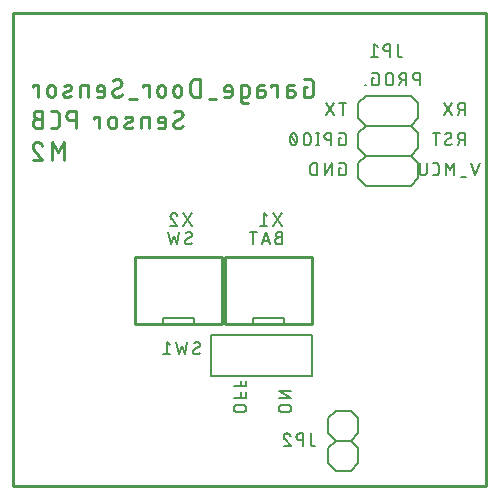
<source format=gbr>
G04 EAGLE Gerber RS-274X export*
G75*
%MOMM*%
%FSLAX34Y34*%
%LPD*%
%INSilkscreen Bottom*%
%IPPOS*%
%AMOC8*
5,1,8,0,0,1.08239X$1,22.5*%
G01*
G04 Define Apertures*
%ADD10C,0.203200*%
%ADD11C,0.279400*%
%ADD12C,0.152400*%
%ADD13C,0.254000*%
%ADD14C,0.200000*%
%ADD15C,0.254000*%
D10*
X227584Y210143D02*
X224621Y210143D01*
X224621Y210142D02*
X224514Y210140D01*
X224407Y210134D01*
X224301Y210125D01*
X224195Y210111D01*
X224089Y210094D01*
X223984Y210073D01*
X223880Y210048D01*
X223777Y210019D01*
X223675Y209987D01*
X223574Y209951D01*
X223475Y209911D01*
X223377Y209868D01*
X223281Y209821D01*
X223186Y209771D01*
X223093Y209718D01*
X223003Y209661D01*
X222914Y209601D01*
X222828Y209538D01*
X222744Y209472D01*
X222662Y209402D01*
X222583Y209330D01*
X222507Y209255D01*
X222433Y209177D01*
X222363Y209097D01*
X222295Y209014D01*
X222230Y208929D01*
X222169Y208842D01*
X222110Y208752D01*
X222055Y208661D01*
X222003Y208567D01*
X221955Y208471D01*
X221910Y208374D01*
X221868Y208276D01*
X221831Y208176D01*
X221796Y208074D01*
X221766Y207972D01*
X221739Y207868D01*
X221716Y207764D01*
X221697Y207658D01*
X221682Y207552D01*
X221670Y207446D01*
X221662Y207339D01*
X221658Y207232D01*
X221658Y207126D01*
X221662Y207019D01*
X221670Y206912D01*
X221682Y206806D01*
X221697Y206700D01*
X221716Y206594D01*
X221739Y206490D01*
X221766Y206386D01*
X221796Y206284D01*
X221831Y206182D01*
X221868Y206082D01*
X221910Y205984D01*
X221955Y205887D01*
X222003Y205791D01*
X222055Y205698D01*
X222110Y205606D01*
X222169Y205516D01*
X222230Y205429D01*
X222295Y205344D01*
X222363Y205261D01*
X222433Y205181D01*
X222507Y205103D01*
X222583Y205028D01*
X222662Y204956D01*
X222744Y204886D01*
X222828Y204820D01*
X222914Y204757D01*
X223003Y204697D01*
X223093Y204640D01*
X223186Y204587D01*
X223281Y204537D01*
X223377Y204490D01*
X223475Y204447D01*
X223574Y204407D01*
X223675Y204371D01*
X223777Y204339D01*
X223880Y204310D01*
X223984Y204285D01*
X224089Y204264D01*
X224195Y204247D01*
X224301Y204233D01*
X224407Y204224D01*
X224514Y204218D01*
X224621Y204216D01*
X227584Y204216D01*
X227584Y214884D01*
X224621Y214884D01*
X224524Y214882D01*
X224428Y214876D01*
X224332Y214866D01*
X224236Y214852D01*
X224141Y214835D01*
X224046Y214813D01*
X223953Y214788D01*
X223861Y214759D01*
X223770Y214726D01*
X223680Y214689D01*
X223592Y214649D01*
X223506Y214605D01*
X223422Y214558D01*
X223339Y214508D01*
X223259Y214454D01*
X223181Y214396D01*
X223105Y214336D01*
X223032Y214273D01*
X222962Y214207D01*
X222894Y214137D01*
X222829Y214066D01*
X222767Y213991D01*
X222709Y213914D01*
X222653Y213835D01*
X222601Y213754D01*
X222552Y213670D01*
X222506Y213585D01*
X222464Y213498D01*
X222426Y213409D01*
X222391Y213319D01*
X222360Y213227D01*
X222333Y213134D01*
X222309Y213041D01*
X222290Y212946D01*
X222274Y212850D01*
X222262Y212754D01*
X222254Y212658D01*
X222250Y212561D01*
X222250Y212465D01*
X222254Y212368D01*
X222262Y212272D01*
X222274Y212176D01*
X222290Y212080D01*
X222309Y211985D01*
X222333Y211892D01*
X222360Y211799D01*
X222391Y211707D01*
X222426Y211617D01*
X222464Y211528D01*
X222506Y211441D01*
X222552Y211356D01*
X222601Y211272D01*
X222653Y211191D01*
X222709Y211112D01*
X222767Y211035D01*
X222829Y210960D01*
X222894Y210889D01*
X222962Y210819D01*
X223032Y210753D01*
X223105Y210690D01*
X223181Y210630D01*
X223259Y210572D01*
X223339Y210518D01*
X223422Y210468D01*
X223506Y210421D01*
X223592Y210377D01*
X223680Y210337D01*
X223770Y210300D01*
X223861Y210267D01*
X223953Y210238D01*
X224046Y210213D01*
X224141Y210191D01*
X224236Y210174D01*
X224332Y210160D01*
X224428Y210150D01*
X224524Y210144D01*
X224621Y210142D01*
X217382Y204216D02*
X213826Y214884D01*
X210270Y204216D01*
X211159Y206883D02*
X216493Y206883D01*
X203158Y204216D02*
X203158Y214884D01*
X206121Y214884D02*
X200194Y214884D01*
X147828Y204216D02*
X147733Y204218D01*
X147637Y204224D01*
X147542Y204233D01*
X147448Y204247D01*
X147354Y204264D01*
X147261Y204285D01*
X147168Y204310D01*
X147077Y204338D01*
X146987Y204370D01*
X146899Y204406D01*
X146812Y204445D01*
X146726Y204488D01*
X146643Y204534D01*
X146561Y204583D01*
X146481Y204636D01*
X146404Y204692D01*
X146328Y204750D01*
X146256Y204812D01*
X146186Y204877D01*
X146118Y204945D01*
X146053Y205015D01*
X145991Y205087D01*
X145933Y205163D01*
X145877Y205240D01*
X145824Y205320D01*
X145775Y205402D01*
X145729Y205485D01*
X145686Y205571D01*
X145647Y205658D01*
X145611Y205746D01*
X145579Y205836D01*
X145551Y205927D01*
X145526Y206020D01*
X145505Y206113D01*
X145488Y206207D01*
X145474Y206301D01*
X145465Y206396D01*
X145459Y206492D01*
X145457Y206587D01*
X147828Y204216D02*
X147964Y204218D01*
X148101Y204223D01*
X148237Y204233D01*
X148372Y204246D01*
X148508Y204262D01*
X148642Y204283D01*
X148777Y204307D01*
X148910Y204334D01*
X149043Y204366D01*
X149175Y204400D01*
X149306Y204439D01*
X149435Y204481D01*
X149564Y204526D01*
X149691Y204575D01*
X149817Y204628D01*
X149941Y204684D01*
X150064Y204743D01*
X150185Y204805D01*
X150305Y204871D01*
X150422Y204940D01*
X150538Y205013D01*
X150652Y205088D01*
X150763Y205166D01*
X150872Y205248D01*
X150980Y205332D01*
X151084Y205419D01*
X151187Y205509D01*
X151287Y205602D01*
X151384Y205698D01*
X151088Y212513D02*
X151086Y212608D01*
X151080Y212704D01*
X151071Y212799D01*
X151057Y212893D01*
X151040Y212987D01*
X151019Y213080D01*
X150994Y213173D01*
X150966Y213264D01*
X150934Y213354D01*
X150898Y213442D01*
X150859Y213529D01*
X150816Y213615D01*
X150770Y213699D01*
X150721Y213780D01*
X150668Y213860D01*
X150612Y213937D01*
X150554Y214013D01*
X150492Y214085D01*
X150427Y214155D01*
X150359Y214223D01*
X150289Y214288D01*
X150217Y214350D01*
X150141Y214408D01*
X150064Y214464D01*
X149984Y214517D01*
X149903Y214566D01*
X149819Y214612D01*
X149733Y214655D01*
X149646Y214694D01*
X149558Y214730D01*
X149468Y214762D01*
X149377Y214790D01*
X149284Y214815D01*
X149191Y214836D01*
X149097Y214853D01*
X149003Y214867D01*
X148908Y214876D01*
X148812Y214882D01*
X148717Y214884D01*
X148587Y214882D01*
X148457Y214876D01*
X148327Y214867D01*
X148198Y214854D01*
X148069Y214837D01*
X147941Y214816D01*
X147813Y214791D01*
X147686Y214763D01*
X147560Y214731D01*
X147435Y214695D01*
X147311Y214656D01*
X147189Y214613D01*
X147067Y214567D01*
X146947Y214516D01*
X146829Y214463D01*
X146712Y214406D01*
X146597Y214346D01*
X146483Y214282D01*
X146372Y214215D01*
X146262Y214145D01*
X146155Y214071D01*
X146050Y213995D01*
X149903Y210438D02*
X149984Y210489D01*
X150064Y210543D01*
X150142Y210599D01*
X150217Y210659D01*
X150290Y210722D01*
X150360Y210788D01*
X150427Y210856D01*
X150492Y210927D01*
X150554Y211001D01*
X150613Y211077D01*
X150669Y211155D01*
X150721Y211236D01*
X150771Y211318D01*
X150817Y211403D01*
X150859Y211489D01*
X150899Y211577D01*
X150934Y211666D01*
X150966Y211757D01*
X150995Y211849D01*
X151019Y211942D01*
X151040Y212035D01*
X151057Y212130D01*
X151071Y212225D01*
X151080Y212321D01*
X151086Y212417D01*
X151088Y212513D01*
X146643Y208662D02*
X146561Y208611D01*
X146481Y208557D01*
X146403Y208501D01*
X146328Y208441D01*
X146255Y208378D01*
X146185Y208312D01*
X146118Y208244D01*
X146053Y208173D01*
X145991Y208099D01*
X145932Y208023D01*
X145876Y207945D01*
X145824Y207864D01*
X145774Y207782D01*
X145728Y207697D01*
X145686Y207611D01*
X145646Y207523D01*
X145611Y207434D01*
X145579Y207343D01*
X145550Y207251D01*
X145526Y207158D01*
X145505Y207065D01*
X145488Y206970D01*
X145474Y206875D01*
X145465Y206779D01*
X145459Y206683D01*
X145457Y206587D01*
X146643Y208661D02*
X149902Y210439D01*
X140589Y214884D02*
X138218Y204216D01*
X135848Y211328D01*
X133477Y204216D01*
X131106Y214884D01*
X382084Y313516D02*
X382084Y324184D01*
X379121Y324184D01*
X379014Y324182D01*
X378907Y324176D01*
X378801Y324167D01*
X378695Y324153D01*
X378589Y324136D01*
X378484Y324115D01*
X378380Y324090D01*
X378277Y324061D01*
X378175Y324029D01*
X378074Y323993D01*
X377975Y323953D01*
X377877Y323910D01*
X377781Y323863D01*
X377686Y323813D01*
X377593Y323760D01*
X377503Y323703D01*
X377414Y323643D01*
X377328Y323580D01*
X377244Y323514D01*
X377162Y323444D01*
X377083Y323372D01*
X377007Y323297D01*
X376933Y323219D01*
X376863Y323139D01*
X376795Y323056D01*
X376730Y322971D01*
X376669Y322884D01*
X376610Y322794D01*
X376555Y322703D01*
X376503Y322609D01*
X376455Y322513D01*
X376410Y322416D01*
X376368Y322318D01*
X376331Y322218D01*
X376296Y322116D01*
X376266Y322014D01*
X376239Y321910D01*
X376216Y321806D01*
X376197Y321700D01*
X376182Y321594D01*
X376170Y321488D01*
X376162Y321381D01*
X376158Y321274D01*
X376158Y321168D01*
X376162Y321061D01*
X376170Y320954D01*
X376182Y320848D01*
X376197Y320742D01*
X376216Y320636D01*
X376239Y320532D01*
X376266Y320428D01*
X376296Y320326D01*
X376331Y320224D01*
X376368Y320124D01*
X376410Y320026D01*
X376455Y319929D01*
X376503Y319833D01*
X376555Y319740D01*
X376610Y319648D01*
X376669Y319558D01*
X376730Y319471D01*
X376795Y319386D01*
X376863Y319303D01*
X376933Y319223D01*
X377007Y319145D01*
X377083Y319070D01*
X377162Y318998D01*
X377244Y318928D01*
X377328Y318862D01*
X377414Y318799D01*
X377503Y318739D01*
X377593Y318682D01*
X377686Y318629D01*
X377781Y318579D01*
X377877Y318532D01*
X377975Y318489D01*
X378074Y318449D01*
X378175Y318413D01*
X378277Y318381D01*
X378380Y318352D01*
X378484Y318327D01*
X378589Y318306D01*
X378695Y318289D01*
X378801Y318275D01*
X378907Y318266D01*
X379014Y318260D01*
X379121Y318258D01*
X379121Y318257D02*
X382084Y318257D01*
X378528Y318257D02*
X376157Y313516D01*
X371357Y313516D02*
X364245Y324184D01*
X371357Y324184D02*
X364245Y313516D01*
X382084Y298784D02*
X382084Y288116D01*
X382084Y298784D02*
X379121Y298784D01*
X379014Y298782D01*
X378907Y298776D01*
X378801Y298767D01*
X378695Y298753D01*
X378589Y298736D01*
X378484Y298715D01*
X378380Y298690D01*
X378277Y298661D01*
X378175Y298629D01*
X378074Y298593D01*
X377975Y298553D01*
X377877Y298510D01*
X377781Y298463D01*
X377686Y298413D01*
X377593Y298360D01*
X377503Y298303D01*
X377414Y298243D01*
X377328Y298180D01*
X377244Y298114D01*
X377162Y298044D01*
X377083Y297972D01*
X377007Y297897D01*
X376933Y297819D01*
X376863Y297739D01*
X376795Y297656D01*
X376730Y297571D01*
X376669Y297484D01*
X376610Y297394D01*
X376555Y297303D01*
X376503Y297209D01*
X376455Y297113D01*
X376410Y297016D01*
X376368Y296918D01*
X376331Y296818D01*
X376296Y296716D01*
X376266Y296614D01*
X376239Y296510D01*
X376216Y296406D01*
X376197Y296300D01*
X376182Y296194D01*
X376170Y296088D01*
X376162Y295981D01*
X376158Y295874D01*
X376158Y295768D01*
X376162Y295661D01*
X376170Y295554D01*
X376182Y295448D01*
X376197Y295342D01*
X376216Y295236D01*
X376239Y295132D01*
X376266Y295028D01*
X376296Y294926D01*
X376331Y294824D01*
X376368Y294724D01*
X376410Y294626D01*
X376455Y294529D01*
X376503Y294433D01*
X376555Y294340D01*
X376610Y294248D01*
X376669Y294158D01*
X376730Y294071D01*
X376795Y293986D01*
X376863Y293903D01*
X376933Y293823D01*
X377007Y293745D01*
X377083Y293670D01*
X377162Y293598D01*
X377244Y293528D01*
X377328Y293462D01*
X377414Y293399D01*
X377503Y293339D01*
X377593Y293282D01*
X377686Y293229D01*
X377781Y293179D01*
X377877Y293132D01*
X377975Y293089D01*
X378074Y293049D01*
X378175Y293013D01*
X378277Y292981D01*
X378380Y292952D01*
X378484Y292927D01*
X378589Y292906D01*
X378695Y292889D01*
X378801Y292875D01*
X378907Y292866D01*
X379014Y292860D01*
X379121Y292858D01*
X379121Y292857D02*
X382084Y292857D01*
X378528Y292857D02*
X376157Y288116D01*
X367589Y288116D02*
X367494Y288118D01*
X367398Y288124D01*
X367303Y288133D01*
X367209Y288147D01*
X367115Y288164D01*
X367022Y288185D01*
X366929Y288210D01*
X366838Y288238D01*
X366748Y288270D01*
X366660Y288306D01*
X366573Y288345D01*
X366487Y288388D01*
X366404Y288434D01*
X366322Y288483D01*
X366242Y288536D01*
X366165Y288592D01*
X366089Y288650D01*
X366017Y288712D01*
X365947Y288777D01*
X365879Y288845D01*
X365814Y288915D01*
X365752Y288987D01*
X365694Y289063D01*
X365638Y289140D01*
X365585Y289220D01*
X365536Y289302D01*
X365490Y289385D01*
X365447Y289471D01*
X365408Y289558D01*
X365372Y289646D01*
X365340Y289736D01*
X365312Y289827D01*
X365287Y289920D01*
X365266Y290013D01*
X365249Y290107D01*
X365235Y290201D01*
X365226Y290296D01*
X365220Y290392D01*
X365218Y290487D01*
X367589Y288116D02*
X367725Y288118D01*
X367862Y288123D01*
X367998Y288133D01*
X368133Y288146D01*
X368269Y288162D01*
X368403Y288183D01*
X368538Y288207D01*
X368671Y288234D01*
X368804Y288266D01*
X368936Y288300D01*
X369067Y288339D01*
X369196Y288381D01*
X369325Y288426D01*
X369452Y288475D01*
X369578Y288528D01*
X369702Y288584D01*
X369825Y288643D01*
X369946Y288705D01*
X370066Y288771D01*
X370183Y288840D01*
X370299Y288913D01*
X370413Y288988D01*
X370524Y289066D01*
X370633Y289148D01*
X370741Y289232D01*
X370845Y289319D01*
X370948Y289409D01*
X371048Y289502D01*
X371145Y289598D01*
X370849Y296413D02*
X370847Y296508D01*
X370841Y296604D01*
X370832Y296699D01*
X370818Y296793D01*
X370801Y296887D01*
X370780Y296980D01*
X370755Y297073D01*
X370727Y297164D01*
X370695Y297254D01*
X370659Y297342D01*
X370620Y297429D01*
X370577Y297515D01*
X370531Y297599D01*
X370482Y297680D01*
X370429Y297760D01*
X370373Y297837D01*
X370315Y297913D01*
X370253Y297985D01*
X370188Y298055D01*
X370120Y298123D01*
X370050Y298188D01*
X369978Y298250D01*
X369902Y298308D01*
X369825Y298364D01*
X369745Y298417D01*
X369664Y298466D01*
X369580Y298512D01*
X369494Y298555D01*
X369407Y298594D01*
X369319Y298630D01*
X369229Y298662D01*
X369138Y298690D01*
X369045Y298715D01*
X368952Y298736D01*
X368858Y298753D01*
X368764Y298767D01*
X368669Y298776D01*
X368573Y298782D01*
X368478Y298784D01*
X368348Y298782D01*
X368218Y298776D01*
X368088Y298767D01*
X367959Y298754D01*
X367830Y298737D01*
X367702Y298716D01*
X367574Y298691D01*
X367447Y298663D01*
X367321Y298631D01*
X367196Y298595D01*
X367072Y298556D01*
X366950Y298513D01*
X366828Y298467D01*
X366708Y298416D01*
X366590Y298363D01*
X366473Y298306D01*
X366358Y298246D01*
X366244Y298182D01*
X366133Y298115D01*
X366023Y298045D01*
X365916Y297971D01*
X365811Y297895D01*
X369664Y294338D02*
X369745Y294389D01*
X369825Y294443D01*
X369903Y294499D01*
X369978Y294559D01*
X370051Y294622D01*
X370121Y294688D01*
X370188Y294756D01*
X370253Y294827D01*
X370315Y294901D01*
X370374Y294977D01*
X370430Y295055D01*
X370482Y295136D01*
X370532Y295218D01*
X370578Y295303D01*
X370620Y295389D01*
X370660Y295477D01*
X370695Y295566D01*
X370727Y295657D01*
X370756Y295749D01*
X370780Y295842D01*
X370801Y295935D01*
X370818Y296030D01*
X370832Y296125D01*
X370841Y296221D01*
X370847Y296317D01*
X370849Y296413D01*
X366405Y292562D02*
X366323Y292511D01*
X366243Y292457D01*
X366165Y292401D01*
X366090Y292341D01*
X366017Y292278D01*
X365947Y292212D01*
X365880Y292144D01*
X365815Y292073D01*
X365753Y291999D01*
X365694Y291923D01*
X365638Y291845D01*
X365586Y291764D01*
X365536Y291682D01*
X365490Y291597D01*
X365448Y291511D01*
X365408Y291423D01*
X365373Y291334D01*
X365341Y291243D01*
X365312Y291151D01*
X365288Y291058D01*
X365267Y290965D01*
X365250Y290870D01*
X365236Y290775D01*
X365227Y290679D01*
X365221Y290583D01*
X365219Y290487D01*
X366404Y292561D02*
X369664Y294339D01*
X357895Y298784D02*
X357895Y288116D01*
X354932Y298784D02*
X360859Y298784D01*
X394784Y273384D02*
X391228Y262716D01*
X387672Y273384D01*
X383312Y261531D02*
X378570Y261531D01*
X373067Y262716D02*
X373067Y273384D01*
X369511Y267457D01*
X365955Y273384D01*
X365955Y262716D01*
X357580Y262716D02*
X355210Y262716D01*
X357580Y262716D02*
X357675Y262718D01*
X357771Y262724D01*
X357866Y262733D01*
X357960Y262747D01*
X358054Y262764D01*
X358147Y262785D01*
X358240Y262810D01*
X358331Y262838D01*
X358421Y262870D01*
X358509Y262906D01*
X358596Y262945D01*
X358682Y262988D01*
X358766Y263034D01*
X358847Y263083D01*
X358927Y263136D01*
X359004Y263192D01*
X359080Y263250D01*
X359152Y263312D01*
X359222Y263377D01*
X359290Y263445D01*
X359355Y263515D01*
X359417Y263587D01*
X359475Y263663D01*
X359531Y263740D01*
X359584Y263820D01*
X359633Y263902D01*
X359679Y263985D01*
X359722Y264071D01*
X359761Y264158D01*
X359797Y264246D01*
X359829Y264336D01*
X359857Y264427D01*
X359882Y264520D01*
X359903Y264613D01*
X359920Y264707D01*
X359934Y264801D01*
X359943Y264896D01*
X359949Y264992D01*
X359951Y265087D01*
X359951Y271013D01*
X359949Y271108D01*
X359943Y271204D01*
X359934Y271299D01*
X359920Y271393D01*
X359903Y271487D01*
X359882Y271580D01*
X359857Y271673D01*
X359829Y271764D01*
X359797Y271854D01*
X359761Y271942D01*
X359722Y272029D01*
X359679Y272115D01*
X359633Y272198D01*
X359584Y272280D01*
X359531Y272360D01*
X359475Y272437D01*
X359417Y272513D01*
X359355Y272585D01*
X359290Y272655D01*
X359222Y272723D01*
X359152Y272788D01*
X359080Y272850D01*
X359004Y272908D01*
X358927Y272964D01*
X358847Y273017D01*
X358766Y273066D01*
X358682Y273112D01*
X358596Y273155D01*
X358509Y273194D01*
X358421Y273230D01*
X358331Y273262D01*
X358240Y273290D01*
X358147Y273315D01*
X358054Y273336D01*
X357960Y273353D01*
X357866Y273367D01*
X357771Y273376D01*
X357676Y273382D01*
X357580Y273384D01*
X355210Y273384D01*
X349995Y273384D02*
X349995Y265679D01*
X349993Y265572D01*
X349987Y265465D01*
X349978Y265359D01*
X349964Y265253D01*
X349947Y265147D01*
X349926Y265042D01*
X349901Y264938D01*
X349872Y264835D01*
X349840Y264733D01*
X349804Y264632D01*
X349764Y264533D01*
X349721Y264435D01*
X349674Y264339D01*
X349624Y264244D01*
X349571Y264151D01*
X349514Y264061D01*
X349454Y263972D01*
X349391Y263886D01*
X349325Y263802D01*
X349255Y263720D01*
X349183Y263641D01*
X349108Y263565D01*
X349030Y263491D01*
X348950Y263421D01*
X348867Y263353D01*
X348782Y263288D01*
X348695Y263227D01*
X348605Y263168D01*
X348514Y263113D01*
X348420Y263061D01*
X348324Y263013D01*
X348227Y262968D01*
X348129Y262926D01*
X348029Y262889D01*
X347927Y262854D01*
X347825Y262824D01*
X347721Y262797D01*
X347617Y262774D01*
X347511Y262755D01*
X347405Y262740D01*
X347299Y262728D01*
X347192Y262720D01*
X347085Y262716D01*
X346979Y262716D01*
X346872Y262720D01*
X346765Y262728D01*
X346659Y262740D01*
X346553Y262755D01*
X346447Y262774D01*
X346343Y262797D01*
X346239Y262824D01*
X346137Y262854D01*
X346035Y262889D01*
X345935Y262926D01*
X345837Y262968D01*
X345740Y263013D01*
X345644Y263061D01*
X345551Y263113D01*
X345459Y263168D01*
X345369Y263227D01*
X345282Y263288D01*
X345197Y263353D01*
X345114Y263421D01*
X345034Y263491D01*
X344956Y263565D01*
X344881Y263641D01*
X344809Y263720D01*
X344739Y263802D01*
X344673Y263886D01*
X344610Y263972D01*
X344550Y264061D01*
X344493Y264151D01*
X344440Y264244D01*
X344390Y264339D01*
X344343Y264435D01*
X344300Y264533D01*
X344260Y264632D01*
X344224Y264733D01*
X344192Y264835D01*
X344163Y264938D01*
X344138Y265042D01*
X344117Y265147D01*
X344100Y265253D01*
X344086Y265359D01*
X344077Y265465D01*
X344071Y265572D01*
X344069Y265679D01*
X344069Y273384D01*
X278721Y313516D02*
X278721Y324184D01*
X281684Y324184D02*
X275757Y324184D01*
X264497Y324184D02*
X271609Y313516D01*
X264497Y313516D02*
X271609Y324184D01*
X275757Y294043D02*
X277535Y294043D01*
X275757Y294043D02*
X275757Y288116D01*
X279313Y288116D01*
X279408Y288118D01*
X279504Y288124D01*
X279599Y288133D01*
X279693Y288147D01*
X279787Y288164D01*
X279880Y288185D01*
X279973Y288210D01*
X280064Y288238D01*
X280154Y288270D01*
X280242Y288306D01*
X280329Y288345D01*
X280415Y288388D01*
X280499Y288434D01*
X280580Y288483D01*
X280660Y288536D01*
X280737Y288592D01*
X280813Y288650D01*
X280885Y288712D01*
X280955Y288777D01*
X281023Y288845D01*
X281088Y288915D01*
X281150Y288987D01*
X281208Y289063D01*
X281264Y289140D01*
X281317Y289220D01*
X281366Y289302D01*
X281412Y289385D01*
X281455Y289471D01*
X281494Y289558D01*
X281530Y289646D01*
X281562Y289736D01*
X281590Y289827D01*
X281615Y289920D01*
X281636Y290013D01*
X281653Y290107D01*
X281667Y290201D01*
X281676Y290296D01*
X281682Y290392D01*
X281684Y290487D01*
X281684Y296413D01*
X281682Y296508D01*
X281676Y296604D01*
X281667Y296699D01*
X281653Y296793D01*
X281636Y296887D01*
X281615Y296980D01*
X281590Y297073D01*
X281562Y297164D01*
X281530Y297254D01*
X281494Y297342D01*
X281455Y297429D01*
X281412Y297515D01*
X281366Y297598D01*
X281317Y297680D01*
X281264Y297760D01*
X281208Y297837D01*
X281150Y297913D01*
X281088Y297985D01*
X281023Y298055D01*
X280955Y298123D01*
X280885Y298188D01*
X280813Y298250D01*
X280737Y298308D01*
X280660Y298364D01*
X280580Y298417D01*
X280499Y298466D01*
X280415Y298512D01*
X280329Y298555D01*
X280242Y298594D01*
X280154Y298630D01*
X280064Y298662D01*
X279973Y298690D01*
X279880Y298715D01*
X279787Y298736D01*
X279693Y298753D01*
X279599Y298767D01*
X279504Y298776D01*
X279409Y298782D01*
X279313Y298784D01*
X275757Y298784D01*
X269238Y298784D02*
X269238Y288116D01*
X269238Y298784D02*
X266275Y298784D01*
X266168Y298782D01*
X266061Y298776D01*
X265955Y298767D01*
X265849Y298753D01*
X265743Y298736D01*
X265638Y298715D01*
X265534Y298690D01*
X265431Y298661D01*
X265329Y298629D01*
X265228Y298593D01*
X265129Y298553D01*
X265031Y298510D01*
X264935Y298463D01*
X264840Y298413D01*
X264747Y298360D01*
X264657Y298303D01*
X264568Y298243D01*
X264482Y298180D01*
X264398Y298114D01*
X264316Y298044D01*
X264237Y297972D01*
X264161Y297897D01*
X264087Y297819D01*
X264017Y297739D01*
X263949Y297656D01*
X263884Y297571D01*
X263823Y297484D01*
X263764Y297394D01*
X263709Y297303D01*
X263657Y297209D01*
X263609Y297113D01*
X263564Y297016D01*
X263522Y296918D01*
X263485Y296818D01*
X263450Y296716D01*
X263420Y296614D01*
X263393Y296510D01*
X263370Y296406D01*
X263351Y296300D01*
X263336Y296194D01*
X263324Y296088D01*
X263316Y295981D01*
X263312Y295874D01*
X263312Y295768D01*
X263316Y295661D01*
X263324Y295554D01*
X263336Y295448D01*
X263351Y295342D01*
X263370Y295236D01*
X263393Y295132D01*
X263420Y295028D01*
X263450Y294926D01*
X263485Y294824D01*
X263522Y294724D01*
X263564Y294626D01*
X263609Y294529D01*
X263657Y294433D01*
X263709Y294340D01*
X263764Y294248D01*
X263823Y294158D01*
X263884Y294071D01*
X263949Y293986D01*
X264017Y293903D01*
X264087Y293823D01*
X264161Y293745D01*
X264237Y293670D01*
X264316Y293598D01*
X264398Y293528D01*
X264482Y293462D01*
X264568Y293399D01*
X264657Y293339D01*
X264747Y293282D01*
X264840Y293229D01*
X264935Y293179D01*
X265031Y293132D01*
X265129Y293089D01*
X265228Y293049D01*
X265329Y293013D01*
X265431Y292981D01*
X265534Y292952D01*
X265638Y292927D01*
X265743Y292906D01*
X265849Y292889D01*
X265955Y292875D01*
X266061Y292866D01*
X266168Y292860D01*
X266275Y292858D01*
X266275Y292857D02*
X269238Y292857D01*
X257766Y288116D02*
X257766Y298784D01*
X258951Y288116D02*
X256580Y288116D01*
X256580Y298784D02*
X258951Y298784D01*
X251585Y295821D02*
X251585Y291079D01*
X251585Y295821D02*
X251583Y295928D01*
X251577Y296035D01*
X251568Y296141D01*
X251554Y296247D01*
X251537Y296353D01*
X251516Y296458D01*
X251491Y296562D01*
X251462Y296665D01*
X251430Y296767D01*
X251394Y296868D01*
X251354Y296967D01*
X251311Y297065D01*
X251264Y297161D01*
X251214Y297256D01*
X251161Y297349D01*
X251104Y297439D01*
X251044Y297528D01*
X250981Y297614D01*
X250915Y297698D01*
X250845Y297780D01*
X250773Y297859D01*
X250698Y297935D01*
X250620Y298009D01*
X250540Y298079D01*
X250457Y298147D01*
X250372Y298212D01*
X250285Y298273D01*
X250195Y298332D01*
X250104Y298387D01*
X250010Y298439D01*
X249914Y298487D01*
X249817Y298532D01*
X249719Y298574D01*
X249619Y298611D01*
X249517Y298646D01*
X249415Y298676D01*
X249311Y298703D01*
X249207Y298726D01*
X249101Y298745D01*
X248995Y298760D01*
X248889Y298772D01*
X248782Y298780D01*
X248675Y298784D01*
X248569Y298784D01*
X248462Y298780D01*
X248355Y298772D01*
X248249Y298760D01*
X248143Y298745D01*
X248037Y298726D01*
X247933Y298703D01*
X247829Y298676D01*
X247727Y298646D01*
X247625Y298611D01*
X247525Y298574D01*
X247427Y298532D01*
X247330Y298487D01*
X247234Y298439D01*
X247141Y298387D01*
X247049Y298332D01*
X246959Y298273D01*
X246872Y298212D01*
X246787Y298147D01*
X246704Y298079D01*
X246624Y298009D01*
X246546Y297935D01*
X246471Y297859D01*
X246399Y297780D01*
X246329Y297698D01*
X246263Y297614D01*
X246200Y297528D01*
X246140Y297439D01*
X246083Y297349D01*
X246030Y297256D01*
X245980Y297161D01*
X245933Y297065D01*
X245890Y296967D01*
X245850Y296868D01*
X245814Y296767D01*
X245782Y296665D01*
X245753Y296562D01*
X245728Y296458D01*
X245707Y296353D01*
X245690Y296247D01*
X245676Y296141D01*
X245667Y296035D01*
X245661Y295928D01*
X245659Y295821D01*
X245658Y295821D02*
X245658Y291079D01*
X245659Y291079D02*
X245661Y290972D01*
X245667Y290865D01*
X245676Y290759D01*
X245690Y290653D01*
X245707Y290547D01*
X245728Y290442D01*
X245753Y290338D01*
X245782Y290235D01*
X245814Y290133D01*
X245850Y290032D01*
X245890Y289933D01*
X245933Y289835D01*
X245980Y289739D01*
X246030Y289644D01*
X246083Y289551D01*
X246140Y289461D01*
X246200Y289372D01*
X246263Y289286D01*
X246329Y289202D01*
X246399Y289120D01*
X246471Y289041D01*
X246546Y288965D01*
X246624Y288891D01*
X246704Y288821D01*
X246787Y288753D01*
X246872Y288688D01*
X246959Y288627D01*
X247049Y288568D01*
X247141Y288513D01*
X247234Y288461D01*
X247330Y288413D01*
X247427Y288368D01*
X247525Y288326D01*
X247625Y288289D01*
X247727Y288254D01*
X247829Y288224D01*
X247933Y288197D01*
X248037Y288174D01*
X248143Y288155D01*
X248249Y288140D01*
X248355Y288128D01*
X248462Y288120D01*
X248569Y288116D01*
X248675Y288116D01*
X248782Y288120D01*
X248889Y288128D01*
X248995Y288140D01*
X249101Y288155D01*
X249207Y288174D01*
X249311Y288197D01*
X249415Y288224D01*
X249517Y288254D01*
X249619Y288289D01*
X249719Y288326D01*
X249817Y288368D01*
X249914Y288413D01*
X250010Y288461D01*
X250103Y288513D01*
X250195Y288568D01*
X250285Y288627D01*
X250372Y288688D01*
X250457Y288753D01*
X250540Y288821D01*
X250620Y288891D01*
X250698Y288965D01*
X250773Y289041D01*
X250845Y289120D01*
X250915Y289202D01*
X250981Y289286D01*
X251044Y289372D01*
X251104Y289461D01*
X251161Y289551D01*
X251214Y289644D01*
X251264Y289739D01*
X251311Y289835D01*
X251354Y289933D01*
X251394Y290032D01*
X251430Y290133D01*
X251462Y290235D01*
X251491Y290338D01*
X251516Y290442D01*
X251537Y290547D01*
X251554Y290653D01*
X251568Y290759D01*
X251577Y290865D01*
X251583Y290972D01*
X251585Y291079D01*
X240155Y293450D02*
X240152Y293660D01*
X240145Y293870D01*
X240132Y294079D01*
X240115Y294288D01*
X240092Y294497D01*
X240065Y294705D01*
X240033Y294912D01*
X239995Y295119D01*
X239953Y295324D01*
X239906Y295529D01*
X239854Y295732D01*
X239797Y295934D01*
X239735Y296135D01*
X239669Y296334D01*
X239597Y296531D01*
X239521Y296727D01*
X239441Y296921D01*
X239356Y297113D01*
X239266Y297302D01*
X239235Y297387D01*
X239201Y297471D01*
X239163Y297553D01*
X239121Y297634D01*
X239076Y297713D01*
X239028Y297790D01*
X238977Y297865D01*
X238923Y297937D01*
X238866Y298008D01*
X238806Y298076D01*
X238743Y298141D01*
X238678Y298204D01*
X238610Y298264D01*
X238539Y298321D01*
X238467Y298375D01*
X238392Y298427D01*
X238315Y298475D01*
X238236Y298520D01*
X238155Y298561D01*
X238073Y298599D01*
X237989Y298634D01*
X237904Y298665D01*
X237818Y298693D01*
X237731Y298717D01*
X237642Y298737D01*
X237553Y298754D01*
X237463Y298767D01*
X237373Y298777D01*
X237283Y298782D01*
X237192Y298784D01*
X237101Y298782D01*
X237011Y298777D01*
X236921Y298767D01*
X236831Y298754D01*
X236742Y298737D01*
X236653Y298717D01*
X236566Y298693D01*
X236480Y298665D01*
X236395Y298634D01*
X236311Y298599D01*
X236229Y298561D01*
X236148Y298520D01*
X236069Y298475D01*
X235992Y298427D01*
X235917Y298376D01*
X235845Y298321D01*
X235774Y298264D01*
X235706Y298204D01*
X235641Y298141D01*
X235578Y298076D01*
X235518Y298008D01*
X235461Y297937D01*
X235407Y297865D01*
X235356Y297790D01*
X235308Y297713D01*
X235263Y297634D01*
X235221Y297553D01*
X235183Y297471D01*
X235149Y297387D01*
X235118Y297302D01*
X235028Y297113D01*
X234943Y296921D01*
X234863Y296727D01*
X234787Y296531D01*
X234715Y296334D01*
X234649Y296135D01*
X234587Y295934D01*
X234530Y295732D01*
X234478Y295529D01*
X234431Y295324D01*
X234389Y295119D01*
X234351Y294912D01*
X234319Y294705D01*
X234292Y294497D01*
X234269Y294288D01*
X234252Y294079D01*
X234239Y293870D01*
X234232Y293660D01*
X234229Y293450D01*
X240155Y293450D02*
X240152Y293240D01*
X240145Y293030D01*
X240132Y292821D01*
X240115Y292612D01*
X240092Y292403D01*
X240065Y292195D01*
X240033Y291988D01*
X239995Y291781D01*
X239953Y291576D01*
X239906Y291371D01*
X239854Y291168D01*
X239797Y290966D01*
X239735Y290765D01*
X239669Y290566D01*
X239597Y290369D01*
X239521Y290173D01*
X239441Y289979D01*
X239356Y289788D01*
X239266Y289598D01*
X239235Y289513D01*
X239201Y289429D01*
X239163Y289347D01*
X239121Y289266D01*
X239076Y289187D01*
X239028Y289110D01*
X238977Y289035D01*
X238923Y288963D01*
X238866Y288892D01*
X238806Y288824D01*
X238743Y288759D01*
X238678Y288696D01*
X238610Y288636D01*
X238539Y288579D01*
X238467Y288524D01*
X238392Y288473D01*
X238315Y288425D01*
X238236Y288380D01*
X238155Y288339D01*
X238073Y288301D01*
X237989Y288266D01*
X237904Y288235D01*
X237818Y288207D01*
X237731Y288183D01*
X237642Y288163D01*
X237553Y288146D01*
X237463Y288133D01*
X237373Y288123D01*
X237283Y288118D01*
X237192Y288116D01*
X235118Y289598D02*
X235028Y289788D01*
X234943Y289979D01*
X234863Y290173D01*
X234787Y290369D01*
X234715Y290566D01*
X234649Y290765D01*
X234587Y290966D01*
X234530Y291168D01*
X234478Y291371D01*
X234431Y291576D01*
X234389Y291781D01*
X234351Y291988D01*
X234319Y292195D01*
X234292Y292403D01*
X234269Y292612D01*
X234252Y292821D01*
X234239Y293030D01*
X234232Y293240D01*
X234229Y293450D01*
X235118Y289598D02*
X235149Y289513D01*
X235183Y289429D01*
X235222Y289347D01*
X235263Y289266D01*
X235308Y289187D01*
X235356Y289110D01*
X235407Y289035D01*
X235461Y288963D01*
X235518Y288892D01*
X235578Y288824D01*
X235641Y288759D01*
X235706Y288696D01*
X235774Y288636D01*
X235845Y288579D01*
X235917Y288524D01*
X235992Y288473D01*
X236069Y288425D01*
X236148Y288380D01*
X236229Y288339D01*
X236311Y288301D01*
X236395Y288266D01*
X236480Y288235D01*
X236566Y288207D01*
X236653Y288183D01*
X236742Y288163D01*
X236831Y288146D01*
X236921Y288133D01*
X237011Y288123D01*
X237101Y288118D01*
X237192Y288116D01*
X239562Y290487D02*
X234821Y296413D01*
X275757Y268643D02*
X277535Y268643D01*
X275757Y268643D02*
X275757Y262716D01*
X279313Y262716D01*
X279408Y262718D01*
X279504Y262724D01*
X279599Y262733D01*
X279693Y262747D01*
X279787Y262764D01*
X279880Y262785D01*
X279973Y262810D01*
X280064Y262838D01*
X280154Y262870D01*
X280242Y262906D01*
X280329Y262945D01*
X280415Y262988D01*
X280499Y263034D01*
X280580Y263083D01*
X280660Y263136D01*
X280737Y263192D01*
X280813Y263250D01*
X280885Y263312D01*
X280955Y263377D01*
X281023Y263445D01*
X281088Y263515D01*
X281150Y263587D01*
X281208Y263663D01*
X281264Y263740D01*
X281317Y263820D01*
X281366Y263902D01*
X281412Y263985D01*
X281455Y264071D01*
X281494Y264158D01*
X281530Y264246D01*
X281562Y264336D01*
X281590Y264427D01*
X281615Y264520D01*
X281636Y264613D01*
X281653Y264707D01*
X281667Y264801D01*
X281676Y264896D01*
X281682Y264992D01*
X281684Y265087D01*
X281684Y271013D01*
X281682Y271108D01*
X281676Y271204D01*
X281667Y271299D01*
X281653Y271393D01*
X281636Y271487D01*
X281615Y271580D01*
X281590Y271673D01*
X281562Y271764D01*
X281530Y271854D01*
X281494Y271942D01*
X281455Y272029D01*
X281412Y272115D01*
X281366Y272198D01*
X281317Y272280D01*
X281264Y272360D01*
X281208Y272437D01*
X281150Y272513D01*
X281088Y272585D01*
X281023Y272655D01*
X280955Y272723D01*
X280885Y272788D01*
X280813Y272850D01*
X280737Y272908D01*
X280660Y272964D01*
X280580Y273017D01*
X280499Y273066D01*
X280415Y273112D01*
X280329Y273155D01*
X280242Y273194D01*
X280154Y273230D01*
X280064Y273262D01*
X279973Y273290D01*
X279880Y273315D01*
X279787Y273336D01*
X279693Y273353D01*
X279599Y273367D01*
X279504Y273376D01*
X279409Y273382D01*
X279313Y273384D01*
X275757Y273384D01*
X269492Y273384D02*
X269492Y262716D01*
X263565Y262716D02*
X269492Y273384D01*
X263565Y273384D02*
X263565Y262716D01*
X257300Y262716D02*
X257300Y273384D01*
X254337Y273384D01*
X254229Y273382D01*
X254121Y273376D01*
X254013Y273366D01*
X253906Y273352D01*
X253799Y273335D01*
X253693Y273313D01*
X253588Y273288D01*
X253483Y273258D01*
X253380Y273225D01*
X253279Y273188D01*
X253178Y273148D01*
X253079Y273104D01*
X252982Y273056D01*
X252887Y273005D01*
X252793Y272950D01*
X252702Y272892D01*
X252613Y272831D01*
X252526Y272766D01*
X252442Y272699D01*
X252360Y272628D01*
X252280Y272554D01*
X252204Y272478D01*
X252130Y272398D01*
X252060Y272316D01*
X251992Y272232D01*
X251927Y272145D01*
X251866Y272056D01*
X251808Y271965D01*
X251753Y271871D01*
X251702Y271776D01*
X251654Y271679D01*
X251610Y271580D01*
X251570Y271479D01*
X251533Y271378D01*
X251500Y271275D01*
X251470Y271170D01*
X251445Y271065D01*
X251423Y270959D01*
X251406Y270852D01*
X251392Y270745D01*
X251382Y270637D01*
X251376Y270529D01*
X251374Y270421D01*
X251373Y270421D02*
X251373Y265679D01*
X251374Y265679D02*
X251376Y265573D01*
X251382Y265468D01*
X251391Y265362D01*
X251404Y265257D01*
X251421Y265153D01*
X251442Y265049D01*
X251466Y264946D01*
X251494Y264844D01*
X251526Y264743D01*
X251561Y264644D01*
X251600Y264545D01*
X251642Y264448D01*
X251687Y264353D01*
X251736Y264259D01*
X251789Y264167D01*
X251844Y264077D01*
X251903Y263989D01*
X251965Y263903D01*
X252030Y263820D01*
X252098Y263739D01*
X252168Y263660D01*
X252242Y263584D01*
X252318Y263510D01*
X252397Y263440D01*
X252478Y263372D01*
X252561Y263307D01*
X252647Y263245D01*
X252735Y263186D01*
X252825Y263131D01*
X252917Y263078D01*
X253011Y263029D01*
X253106Y262984D01*
X253203Y262942D01*
X253302Y262903D01*
X253401Y262868D01*
X253502Y262836D01*
X253604Y262808D01*
X253707Y262784D01*
X253811Y262763D01*
X253915Y262746D01*
X254020Y262733D01*
X254126Y262724D01*
X254231Y262718D01*
X254337Y262716D01*
X257300Y262716D01*
X343984Y338916D02*
X343984Y349584D01*
X341021Y349584D01*
X340914Y349582D01*
X340807Y349576D01*
X340701Y349567D01*
X340595Y349553D01*
X340489Y349536D01*
X340384Y349515D01*
X340280Y349490D01*
X340177Y349461D01*
X340075Y349429D01*
X339974Y349393D01*
X339875Y349353D01*
X339777Y349310D01*
X339681Y349263D01*
X339586Y349213D01*
X339493Y349160D01*
X339403Y349103D01*
X339314Y349043D01*
X339228Y348980D01*
X339144Y348914D01*
X339062Y348844D01*
X338983Y348772D01*
X338907Y348697D01*
X338833Y348619D01*
X338763Y348539D01*
X338695Y348456D01*
X338630Y348371D01*
X338569Y348284D01*
X338510Y348194D01*
X338455Y348103D01*
X338403Y348009D01*
X338355Y347913D01*
X338310Y347816D01*
X338268Y347718D01*
X338231Y347618D01*
X338196Y347516D01*
X338166Y347414D01*
X338139Y347310D01*
X338116Y347206D01*
X338097Y347100D01*
X338082Y346994D01*
X338070Y346888D01*
X338062Y346781D01*
X338058Y346674D01*
X338058Y346568D01*
X338062Y346461D01*
X338070Y346354D01*
X338082Y346248D01*
X338097Y346142D01*
X338116Y346036D01*
X338139Y345932D01*
X338166Y345828D01*
X338196Y345726D01*
X338231Y345624D01*
X338268Y345524D01*
X338310Y345426D01*
X338355Y345329D01*
X338403Y345233D01*
X338455Y345140D01*
X338510Y345048D01*
X338569Y344958D01*
X338630Y344871D01*
X338695Y344786D01*
X338763Y344703D01*
X338833Y344623D01*
X338907Y344545D01*
X338983Y344470D01*
X339062Y344398D01*
X339144Y344328D01*
X339228Y344262D01*
X339314Y344199D01*
X339403Y344139D01*
X339493Y344082D01*
X339586Y344029D01*
X339681Y343979D01*
X339777Y343932D01*
X339875Y343889D01*
X339974Y343849D01*
X340075Y343813D01*
X340177Y343781D01*
X340280Y343752D01*
X340384Y343727D01*
X340489Y343706D01*
X340595Y343689D01*
X340701Y343675D01*
X340807Y343666D01*
X340914Y343660D01*
X341021Y343658D01*
X341021Y343657D02*
X343984Y343657D01*
X332698Y338916D02*
X332698Y349584D01*
X329734Y349584D01*
X329627Y349582D01*
X329520Y349576D01*
X329414Y349567D01*
X329308Y349553D01*
X329202Y349536D01*
X329097Y349515D01*
X328993Y349490D01*
X328890Y349461D01*
X328788Y349429D01*
X328687Y349393D01*
X328588Y349353D01*
X328490Y349310D01*
X328394Y349263D01*
X328299Y349213D01*
X328206Y349160D01*
X328116Y349103D01*
X328027Y349043D01*
X327941Y348980D01*
X327857Y348914D01*
X327775Y348844D01*
X327696Y348772D01*
X327620Y348697D01*
X327546Y348619D01*
X327476Y348539D01*
X327408Y348456D01*
X327343Y348371D01*
X327282Y348284D01*
X327223Y348194D01*
X327168Y348103D01*
X327116Y348009D01*
X327068Y347913D01*
X327023Y347816D01*
X326981Y347718D01*
X326944Y347618D01*
X326909Y347516D01*
X326879Y347414D01*
X326852Y347310D01*
X326829Y347206D01*
X326810Y347100D01*
X326795Y346994D01*
X326783Y346888D01*
X326775Y346781D01*
X326771Y346674D01*
X326771Y346568D01*
X326775Y346461D01*
X326783Y346354D01*
X326795Y346248D01*
X326810Y346142D01*
X326829Y346036D01*
X326852Y345932D01*
X326879Y345828D01*
X326909Y345726D01*
X326944Y345624D01*
X326981Y345524D01*
X327023Y345426D01*
X327068Y345329D01*
X327116Y345233D01*
X327168Y345140D01*
X327223Y345048D01*
X327282Y344958D01*
X327343Y344871D01*
X327408Y344786D01*
X327476Y344703D01*
X327546Y344623D01*
X327620Y344545D01*
X327696Y344470D01*
X327775Y344398D01*
X327857Y344328D01*
X327941Y344262D01*
X328027Y344199D01*
X328116Y344139D01*
X328206Y344082D01*
X328299Y344029D01*
X328394Y343979D01*
X328490Y343932D01*
X328588Y343889D01*
X328687Y343849D01*
X328788Y343813D01*
X328890Y343781D01*
X328993Y343752D01*
X329097Y343727D01*
X329202Y343706D01*
X329308Y343689D01*
X329414Y343675D01*
X329520Y343666D01*
X329627Y343660D01*
X329734Y343658D01*
X329734Y343657D02*
X332698Y343657D01*
X329142Y343657D02*
X326771Y338916D01*
X321378Y341879D02*
X321378Y346621D01*
X321376Y346728D01*
X321370Y346835D01*
X321361Y346941D01*
X321347Y347047D01*
X321330Y347153D01*
X321309Y347258D01*
X321284Y347362D01*
X321255Y347465D01*
X321223Y347567D01*
X321187Y347668D01*
X321147Y347767D01*
X321104Y347865D01*
X321057Y347961D01*
X321007Y348056D01*
X320954Y348149D01*
X320897Y348239D01*
X320837Y348328D01*
X320774Y348414D01*
X320708Y348498D01*
X320638Y348580D01*
X320566Y348659D01*
X320491Y348735D01*
X320413Y348809D01*
X320333Y348879D01*
X320250Y348947D01*
X320165Y349012D01*
X320078Y349073D01*
X319988Y349132D01*
X319897Y349187D01*
X319803Y349239D01*
X319707Y349287D01*
X319610Y349332D01*
X319512Y349374D01*
X319412Y349411D01*
X319310Y349446D01*
X319208Y349476D01*
X319104Y349503D01*
X319000Y349526D01*
X318894Y349545D01*
X318788Y349560D01*
X318682Y349572D01*
X318575Y349580D01*
X318468Y349584D01*
X318362Y349584D01*
X318255Y349580D01*
X318148Y349572D01*
X318042Y349560D01*
X317936Y349545D01*
X317830Y349526D01*
X317726Y349503D01*
X317622Y349476D01*
X317520Y349446D01*
X317418Y349411D01*
X317318Y349374D01*
X317220Y349332D01*
X317123Y349287D01*
X317027Y349239D01*
X316934Y349187D01*
X316842Y349132D01*
X316752Y349073D01*
X316665Y349012D01*
X316580Y348947D01*
X316497Y348879D01*
X316417Y348809D01*
X316339Y348735D01*
X316264Y348659D01*
X316192Y348580D01*
X316122Y348498D01*
X316056Y348414D01*
X315993Y348328D01*
X315933Y348239D01*
X315876Y348149D01*
X315823Y348056D01*
X315773Y347961D01*
X315726Y347865D01*
X315683Y347767D01*
X315643Y347668D01*
X315607Y347567D01*
X315575Y347465D01*
X315546Y347362D01*
X315521Y347258D01*
X315500Y347153D01*
X315483Y347047D01*
X315469Y346941D01*
X315460Y346835D01*
X315454Y346728D01*
X315452Y346621D01*
X315451Y346621D02*
X315451Y341879D01*
X315452Y341879D02*
X315454Y341772D01*
X315460Y341665D01*
X315469Y341559D01*
X315483Y341453D01*
X315500Y341347D01*
X315521Y341242D01*
X315546Y341138D01*
X315575Y341035D01*
X315607Y340933D01*
X315643Y340832D01*
X315683Y340733D01*
X315726Y340635D01*
X315773Y340539D01*
X315823Y340444D01*
X315876Y340351D01*
X315933Y340261D01*
X315993Y340172D01*
X316056Y340086D01*
X316122Y340002D01*
X316192Y339920D01*
X316264Y339841D01*
X316339Y339765D01*
X316417Y339691D01*
X316497Y339621D01*
X316580Y339553D01*
X316665Y339488D01*
X316752Y339427D01*
X316842Y339368D01*
X316934Y339313D01*
X317027Y339261D01*
X317123Y339213D01*
X317220Y339168D01*
X317318Y339126D01*
X317418Y339089D01*
X317520Y339054D01*
X317622Y339024D01*
X317726Y338997D01*
X317830Y338974D01*
X317936Y338955D01*
X318042Y338940D01*
X318148Y338928D01*
X318255Y338920D01*
X318362Y338916D01*
X318468Y338916D01*
X318575Y338920D01*
X318682Y338928D01*
X318788Y338940D01*
X318894Y338955D01*
X319000Y338974D01*
X319104Y338997D01*
X319208Y339024D01*
X319310Y339054D01*
X319412Y339089D01*
X319512Y339126D01*
X319610Y339168D01*
X319707Y339213D01*
X319803Y339261D01*
X319897Y339313D01*
X319988Y339368D01*
X320078Y339427D01*
X320165Y339488D01*
X320250Y339553D01*
X320333Y339621D01*
X320413Y339691D01*
X320491Y339765D01*
X320566Y339841D01*
X320638Y339920D01*
X320708Y340002D01*
X320774Y340086D01*
X320837Y340172D01*
X320897Y340261D01*
X320954Y340351D01*
X321007Y340444D01*
X321057Y340539D01*
X321104Y340635D01*
X321147Y340733D01*
X321187Y340832D01*
X321223Y340933D01*
X321255Y341035D01*
X321284Y341138D01*
X321309Y341242D01*
X321330Y341347D01*
X321347Y341453D01*
X321361Y341559D01*
X321370Y341665D01*
X321376Y341772D01*
X321378Y341879D01*
X305418Y344843D02*
X303640Y344843D01*
X303640Y338916D01*
X307196Y338916D01*
X307291Y338918D01*
X307387Y338924D01*
X307482Y338933D01*
X307576Y338947D01*
X307670Y338964D01*
X307763Y338985D01*
X307856Y339010D01*
X307947Y339038D01*
X308037Y339070D01*
X308125Y339106D01*
X308212Y339145D01*
X308298Y339188D01*
X308382Y339234D01*
X308463Y339283D01*
X308543Y339336D01*
X308620Y339392D01*
X308696Y339450D01*
X308768Y339512D01*
X308838Y339577D01*
X308906Y339645D01*
X308971Y339715D01*
X309033Y339787D01*
X309091Y339863D01*
X309147Y339940D01*
X309200Y340020D01*
X309249Y340102D01*
X309295Y340185D01*
X309338Y340271D01*
X309377Y340358D01*
X309413Y340446D01*
X309445Y340536D01*
X309473Y340627D01*
X309498Y340720D01*
X309519Y340813D01*
X309536Y340907D01*
X309550Y341001D01*
X309559Y341096D01*
X309565Y341192D01*
X309567Y341287D01*
X309567Y347213D01*
X309565Y347308D01*
X309559Y347404D01*
X309550Y347499D01*
X309536Y347593D01*
X309519Y347687D01*
X309498Y347780D01*
X309473Y347873D01*
X309445Y347964D01*
X309413Y348054D01*
X309377Y348142D01*
X309338Y348229D01*
X309295Y348315D01*
X309249Y348398D01*
X309200Y348480D01*
X309147Y348560D01*
X309091Y348637D01*
X309033Y348713D01*
X308971Y348785D01*
X308906Y348855D01*
X308838Y348923D01*
X308768Y348988D01*
X308696Y349050D01*
X308620Y349108D01*
X308543Y349164D01*
X308463Y349217D01*
X308382Y349266D01*
X308298Y349312D01*
X308212Y349355D01*
X308125Y349394D01*
X308037Y349430D01*
X307947Y349462D01*
X307856Y349490D01*
X307763Y349515D01*
X307670Y349536D01*
X307576Y349553D01*
X307482Y349567D01*
X307387Y349576D01*
X307292Y349582D01*
X307196Y349584D01*
X303640Y349584D01*
X298518Y339509D02*
X298518Y338916D01*
X298518Y339509D02*
X297925Y339509D01*
X297925Y338916D01*
X298518Y338916D01*
D11*
X248188Y337463D02*
X245690Y337463D01*
X245690Y329137D01*
X250686Y329137D01*
X250800Y329139D01*
X250913Y329145D01*
X251027Y329154D01*
X251139Y329168D01*
X251252Y329185D01*
X251364Y329207D01*
X251474Y329232D01*
X251584Y329260D01*
X251693Y329293D01*
X251801Y329329D01*
X251908Y329369D01*
X252013Y329413D01*
X252116Y329460D01*
X252218Y329510D01*
X252318Y329564D01*
X252416Y329622D01*
X252512Y329683D01*
X252606Y329746D01*
X252698Y329814D01*
X252788Y329884D01*
X252874Y329957D01*
X252959Y330033D01*
X253041Y330112D01*
X253120Y330194D01*
X253196Y330279D01*
X253269Y330365D01*
X253339Y330455D01*
X253407Y330547D01*
X253470Y330641D01*
X253531Y330737D01*
X253589Y330835D01*
X253643Y330935D01*
X253693Y331037D01*
X253740Y331140D01*
X253784Y331245D01*
X253824Y331352D01*
X253860Y331460D01*
X253893Y331569D01*
X253921Y331679D01*
X253946Y331790D01*
X253968Y331901D01*
X253985Y332014D01*
X253999Y332126D01*
X254008Y332240D01*
X254014Y332353D01*
X254016Y332467D01*
X254016Y340793D01*
X254014Y340907D01*
X254008Y341020D01*
X253999Y341134D01*
X253985Y341246D01*
X253968Y341359D01*
X253946Y341471D01*
X253921Y341581D01*
X253893Y341691D01*
X253860Y341800D01*
X253824Y341908D01*
X253784Y342015D01*
X253740Y342120D01*
X253693Y342223D01*
X253643Y342325D01*
X253589Y342425D01*
X253531Y342523D01*
X253470Y342619D01*
X253407Y342713D01*
X253339Y342805D01*
X253269Y342895D01*
X253196Y342981D01*
X253120Y343066D01*
X253041Y343148D01*
X252959Y343227D01*
X252875Y343303D01*
X252788Y343376D01*
X252698Y343446D01*
X252606Y343513D01*
X252512Y343577D01*
X252416Y343638D01*
X252318Y343696D01*
X252218Y343750D01*
X252116Y343800D01*
X252013Y343847D01*
X251908Y343891D01*
X251801Y343931D01*
X251693Y343967D01*
X251584Y344000D01*
X251474Y344028D01*
X251364Y344053D01*
X251252Y344075D01*
X251139Y344092D01*
X251027Y344106D01*
X250913Y344115D01*
X250800Y344121D01*
X250686Y344123D01*
X245690Y344123D01*
X235270Y334965D02*
X231523Y334965D01*
X235270Y334965D02*
X235376Y334963D01*
X235483Y334957D01*
X235589Y334948D01*
X235694Y334934D01*
X235799Y334917D01*
X235904Y334895D01*
X236007Y334870D01*
X236110Y334841D01*
X236211Y334809D01*
X236311Y334773D01*
X236410Y334733D01*
X236507Y334689D01*
X236602Y334643D01*
X236696Y334592D01*
X236788Y334538D01*
X236878Y334481D01*
X236966Y334421D01*
X237051Y334357D01*
X237134Y334291D01*
X237215Y334221D01*
X237293Y334149D01*
X237368Y334074D01*
X237440Y333996D01*
X237510Y333915D01*
X237576Y333832D01*
X237640Y333747D01*
X237700Y333659D01*
X237757Y333569D01*
X237811Y333477D01*
X237862Y333383D01*
X237908Y333288D01*
X237952Y333191D01*
X237992Y333092D01*
X238028Y332992D01*
X238060Y332891D01*
X238089Y332788D01*
X238114Y332685D01*
X238136Y332580D01*
X238153Y332475D01*
X238167Y332370D01*
X238176Y332264D01*
X238182Y332157D01*
X238184Y332051D01*
X238182Y331945D01*
X238176Y331838D01*
X238167Y331732D01*
X238153Y331627D01*
X238136Y331522D01*
X238114Y331417D01*
X238089Y331314D01*
X238060Y331211D01*
X238028Y331110D01*
X237992Y331010D01*
X237952Y330911D01*
X237908Y330814D01*
X237862Y330719D01*
X237811Y330625D01*
X237757Y330533D01*
X237700Y330443D01*
X237640Y330355D01*
X237576Y330270D01*
X237510Y330187D01*
X237440Y330106D01*
X237368Y330028D01*
X237293Y329953D01*
X237215Y329881D01*
X237134Y329811D01*
X237051Y329745D01*
X236966Y329681D01*
X236878Y329621D01*
X236788Y329564D01*
X236696Y329510D01*
X236602Y329459D01*
X236507Y329413D01*
X236410Y329369D01*
X236311Y329329D01*
X236211Y329293D01*
X236110Y329261D01*
X236007Y329232D01*
X235904Y329207D01*
X235799Y329185D01*
X235694Y329168D01*
X235589Y329154D01*
X235483Y329145D01*
X235376Y329139D01*
X235270Y329137D01*
X231523Y329137D01*
X231523Y336630D01*
X231525Y336728D01*
X231531Y336826D01*
X231540Y336924D01*
X231554Y337021D01*
X231571Y337117D01*
X231592Y337213D01*
X231617Y337308D01*
X231645Y337402D01*
X231677Y337495D01*
X231713Y337586D01*
X231752Y337676D01*
X231795Y337764D01*
X231842Y337851D01*
X231891Y337935D01*
X231944Y338018D01*
X232000Y338098D01*
X232059Y338177D01*
X232122Y338252D01*
X232187Y338326D01*
X232255Y338396D01*
X232325Y338464D01*
X232399Y338530D01*
X232475Y338592D01*
X232553Y338651D01*
X232633Y338707D01*
X232716Y338760D01*
X232800Y338810D01*
X232887Y338856D01*
X232975Y338899D01*
X233065Y338938D01*
X233156Y338974D01*
X233249Y339006D01*
X233343Y339034D01*
X233438Y339059D01*
X233534Y339080D01*
X233630Y339097D01*
X233727Y339111D01*
X233825Y339120D01*
X233923Y339126D01*
X234021Y339128D01*
X237351Y339128D01*
X223356Y339128D02*
X223356Y329137D01*
X223356Y339128D02*
X218361Y339128D01*
X218361Y337463D01*
X210260Y334965D02*
X206513Y334965D01*
X210260Y334965D02*
X210366Y334963D01*
X210473Y334957D01*
X210579Y334948D01*
X210684Y334934D01*
X210789Y334917D01*
X210894Y334895D01*
X210997Y334870D01*
X211100Y334841D01*
X211201Y334809D01*
X211301Y334773D01*
X211400Y334733D01*
X211497Y334689D01*
X211592Y334643D01*
X211686Y334592D01*
X211778Y334538D01*
X211868Y334481D01*
X211956Y334421D01*
X212041Y334357D01*
X212124Y334291D01*
X212205Y334221D01*
X212283Y334149D01*
X212358Y334074D01*
X212430Y333996D01*
X212500Y333915D01*
X212566Y333832D01*
X212630Y333747D01*
X212690Y333659D01*
X212747Y333569D01*
X212801Y333477D01*
X212852Y333383D01*
X212898Y333288D01*
X212942Y333191D01*
X212982Y333092D01*
X213018Y332992D01*
X213050Y332891D01*
X213079Y332788D01*
X213104Y332685D01*
X213126Y332580D01*
X213143Y332475D01*
X213157Y332370D01*
X213166Y332264D01*
X213172Y332157D01*
X213174Y332051D01*
X213172Y331945D01*
X213166Y331838D01*
X213157Y331732D01*
X213143Y331627D01*
X213126Y331522D01*
X213104Y331417D01*
X213079Y331314D01*
X213050Y331211D01*
X213018Y331110D01*
X212982Y331010D01*
X212942Y330911D01*
X212898Y330814D01*
X212852Y330719D01*
X212801Y330625D01*
X212747Y330533D01*
X212690Y330443D01*
X212630Y330355D01*
X212566Y330270D01*
X212500Y330187D01*
X212430Y330106D01*
X212358Y330028D01*
X212283Y329953D01*
X212205Y329881D01*
X212124Y329811D01*
X212041Y329745D01*
X211956Y329681D01*
X211868Y329621D01*
X211778Y329564D01*
X211686Y329510D01*
X211592Y329459D01*
X211497Y329413D01*
X211400Y329369D01*
X211301Y329329D01*
X211201Y329293D01*
X211100Y329261D01*
X210997Y329232D01*
X210894Y329207D01*
X210789Y329185D01*
X210684Y329168D01*
X210579Y329154D01*
X210473Y329145D01*
X210366Y329139D01*
X210260Y329137D01*
X206513Y329137D01*
X206513Y336630D01*
X206515Y336728D01*
X206521Y336826D01*
X206530Y336924D01*
X206544Y337021D01*
X206561Y337117D01*
X206582Y337213D01*
X206607Y337308D01*
X206635Y337402D01*
X206667Y337495D01*
X206703Y337586D01*
X206742Y337676D01*
X206785Y337764D01*
X206832Y337851D01*
X206881Y337935D01*
X206934Y338018D01*
X206990Y338098D01*
X207049Y338177D01*
X207112Y338252D01*
X207177Y338326D01*
X207245Y338396D01*
X207315Y338464D01*
X207389Y338530D01*
X207465Y338592D01*
X207543Y338651D01*
X207623Y338707D01*
X207706Y338760D01*
X207790Y338810D01*
X207877Y338856D01*
X207965Y338899D01*
X208055Y338938D01*
X208146Y338974D01*
X208239Y339006D01*
X208333Y339034D01*
X208428Y339059D01*
X208524Y339080D01*
X208620Y339097D01*
X208717Y339111D01*
X208815Y339120D01*
X208913Y339126D01*
X209011Y339128D01*
X212341Y339128D01*
X196608Y329137D02*
X192445Y329137D01*
X196608Y329137D02*
X196706Y329139D01*
X196804Y329145D01*
X196902Y329154D01*
X196999Y329168D01*
X197095Y329185D01*
X197191Y329206D01*
X197286Y329231D01*
X197380Y329259D01*
X197473Y329291D01*
X197564Y329327D01*
X197654Y329366D01*
X197742Y329409D01*
X197829Y329456D01*
X197913Y329505D01*
X197996Y329558D01*
X198076Y329614D01*
X198155Y329673D01*
X198230Y329736D01*
X198304Y329801D01*
X198374Y329869D01*
X198442Y329939D01*
X198508Y330013D01*
X198570Y330089D01*
X198629Y330167D01*
X198685Y330247D01*
X198738Y330330D01*
X198788Y330414D01*
X198834Y330501D01*
X198877Y330589D01*
X198916Y330679D01*
X198952Y330770D01*
X198984Y330863D01*
X199012Y330957D01*
X199037Y331052D01*
X199058Y331148D01*
X199075Y331244D01*
X199089Y331341D01*
X199098Y331439D01*
X199104Y331537D01*
X199106Y331635D01*
X199106Y336630D01*
X199104Y336728D01*
X199098Y336826D01*
X199089Y336924D01*
X199075Y337021D01*
X199058Y337117D01*
X199037Y337213D01*
X199012Y337308D01*
X198984Y337402D01*
X198952Y337495D01*
X198916Y337586D01*
X198877Y337676D01*
X198834Y337764D01*
X198787Y337851D01*
X198738Y337935D01*
X198685Y338018D01*
X198629Y338098D01*
X198570Y338176D01*
X198507Y338252D01*
X198442Y338326D01*
X198374Y338396D01*
X198304Y338464D01*
X198230Y338529D01*
X198154Y338592D01*
X198076Y338651D01*
X197996Y338707D01*
X197913Y338760D01*
X197829Y338809D01*
X197742Y338856D01*
X197654Y338899D01*
X197564Y338938D01*
X197473Y338974D01*
X197380Y339006D01*
X197286Y339034D01*
X197191Y339059D01*
X197095Y339080D01*
X196999Y339097D01*
X196902Y339111D01*
X196804Y339120D01*
X196706Y339126D01*
X196608Y339128D01*
X192445Y339128D01*
X192445Y326639D01*
X192447Y326541D01*
X192453Y326443D01*
X192462Y326345D01*
X192476Y326248D01*
X192493Y326152D01*
X192514Y326056D01*
X192539Y325961D01*
X192567Y325867D01*
X192599Y325774D01*
X192635Y325683D01*
X192674Y325593D01*
X192717Y325505D01*
X192764Y325418D01*
X192813Y325334D01*
X192866Y325251D01*
X192922Y325171D01*
X192981Y325093D01*
X193044Y325017D01*
X193109Y324943D01*
X193177Y324873D01*
X193247Y324805D01*
X193321Y324740D01*
X193397Y324677D01*
X193475Y324618D01*
X193555Y324562D01*
X193638Y324509D01*
X193722Y324460D01*
X193809Y324413D01*
X193897Y324370D01*
X193987Y324331D01*
X194078Y324295D01*
X194171Y324263D01*
X194265Y324235D01*
X194360Y324210D01*
X194456Y324189D01*
X194552Y324172D01*
X194649Y324158D01*
X194747Y324149D01*
X194845Y324143D01*
X194943Y324141D01*
X194943Y324142D02*
X198273Y324142D01*
X182429Y329137D02*
X178267Y329137D01*
X182429Y329137D02*
X182527Y329139D01*
X182625Y329145D01*
X182723Y329154D01*
X182820Y329168D01*
X182916Y329185D01*
X183012Y329206D01*
X183107Y329231D01*
X183201Y329259D01*
X183294Y329291D01*
X183385Y329327D01*
X183475Y329366D01*
X183563Y329409D01*
X183650Y329456D01*
X183734Y329505D01*
X183817Y329558D01*
X183897Y329614D01*
X183976Y329673D01*
X184051Y329736D01*
X184125Y329801D01*
X184195Y329869D01*
X184263Y329939D01*
X184329Y330013D01*
X184391Y330089D01*
X184450Y330167D01*
X184506Y330247D01*
X184559Y330330D01*
X184609Y330414D01*
X184655Y330501D01*
X184698Y330589D01*
X184737Y330679D01*
X184773Y330770D01*
X184805Y330863D01*
X184833Y330957D01*
X184858Y331052D01*
X184879Y331148D01*
X184896Y331244D01*
X184910Y331341D01*
X184919Y331439D01*
X184925Y331537D01*
X184927Y331635D01*
X184927Y335797D01*
X184925Y335911D01*
X184919Y336024D01*
X184910Y336138D01*
X184896Y336250D01*
X184879Y336363D01*
X184857Y336475D01*
X184832Y336585D01*
X184804Y336695D01*
X184771Y336804D01*
X184735Y336912D01*
X184695Y337019D01*
X184651Y337124D01*
X184604Y337227D01*
X184554Y337329D01*
X184500Y337429D01*
X184442Y337527D01*
X184381Y337623D01*
X184318Y337717D01*
X184250Y337809D01*
X184180Y337899D01*
X184107Y337985D01*
X184031Y338070D01*
X183952Y338152D01*
X183870Y338231D01*
X183785Y338307D01*
X183699Y338380D01*
X183609Y338450D01*
X183517Y338518D01*
X183423Y338581D01*
X183327Y338642D01*
X183229Y338700D01*
X183129Y338754D01*
X183027Y338804D01*
X182924Y338851D01*
X182819Y338895D01*
X182712Y338935D01*
X182604Y338971D01*
X182495Y339004D01*
X182385Y339032D01*
X182275Y339057D01*
X182163Y339079D01*
X182050Y339096D01*
X181938Y339110D01*
X181824Y339119D01*
X181711Y339125D01*
X181597Y339127D01*
X181483Y339125D01*
X181370Y339119D01*
X181256Y339110D01*
X181144Y339096D01*
X181031Y339079D01*
X180919Y339057D01*
X180809Y339032D01*
X180699Y339004D01*
X180590Y338971D01*
X180482Y338935D01*
X180375Y338895D01*
X180270Y338851D01*
X180167Y338804D01*
X180065Y338754D01*
X179965Y338700D01*
X179867Y338642D01*
X179771Y338581D01*
X179677Y338518D01*
X179585Y338450D01*
X179495Y338380D01*
X179409Y338307D01*
X179324Y338231D01*
X179242Y338152D01*
X179163Y338070D01*
X179087Y337985D01*
X179014Y337899D01*
X178944Y337809D01*
X178876Y337717D01*
X178813Y337623D01*
X178752Y337527D01*
X178694Y337429D01*
X178640Y337329D01*
X178590Y337227D01*
X178543Y337124D01*
X178499Y337019D01*
X178459Y336912D01*
X178423Y336804D01*
X178390Y336695D01*
X178362Y336585D01*
X178337Y336475D01*
X178315Y336363D01*
X178298Y336250D01*
X178284Y336138D01*
X178275Y336024D01*
X178269Y335911D01*
X178267Y335797D01*
X178267Y334132D01*
X184927Y334132D01*
X171901Y327472D02*
X165241Y327472D01*
X158145Y329137D02*
X158145Y344123D01*
X153982Y344123D01*
X153854Y344121D01*
X153726Y344115D01*
X153598Y344105D01*
X153470Y344091D01*
X153343Y344074D01*
X153217Y344052D01*
X153091Y344027D01*
X152967Y343997D01*
X152843Y343964D01*
X152720Y343927D01*
X152598Y343886D01*
X152478Y343842D01*
X152359Y343794D01*
X152242Y343742D01*
X152126Y343687D01*
X152013Y343628D01*
X151901Y343565D01*
X151790Y343499D01*
X151683Y343430D01*
X151577Y343358D01*
X151473Y343282D01*
X151372Y343203D01*
X151273Y343121D01*
X151177Y343037D01*
X151084Y342949D01*
X150993Y342858D01*
X150906Y342765D01*
X150821Y342669D01*
X150739Y342570D01*
X150660Y342469D01*
X150584Y342365D01*
X150512Y342260D01*
X150443Y342152D01*
X150377Y342042D01*
X150314Y341930D01*
X150255Y341816D01*
X150200Y341700D01*
X150148Y341583D01*
X150100Y341464D01*
X150056Y341344D01*
X150015Y341222D01*
X149978Y341099D01*
X149945Y340975D01*
X149915Y340851D01*
X149890Y340725D01*
X149868Y340599D01*
X149851Y340472D01*
X149837Y340344D01*
X149827Y340216D01*
X149821Y340088D01*
X149819Y339960D01*
X149819Y333300D01*
X149821Y333172D01*
X149827Y333044D01*
X149837Y332916D01*
X149851Y332788D01*
X149868Y332661D01*
X149890Y332535D01*
X149915Y332409D01*
X149945Y332285D01*
X149978Y332161D01*
X150015Y332038D01*
X150056Y331916D01*
X150100Y331796D01*
X150148Y331677D01*
X150200Y331560D01*
X150255Y331444D01*
X150314Y331331D01*
X150377Y331218D01*
X150443Y331108D01*
X150512Y331000D01*
X150584Y330895D01*
X150660Y330791D01*
X150739Y330690D01*
X150821Y330591D01*
X150906Y330495D01*
X150993Y330402D01*
X151084Y330311D01*
X151177Y330223D01*
X151273Y330139D01*
X151372Y330057D01*
X151473Y329978D01*
X151577Y329902D01*
X151683Y329830D01*
X151790Y329761D01*
X151901Y329695D01*
X152013Y329632D01*
X152126Y329573D01*
X152242Y329518D01*
X152359Y329466D01*
X152478Y329418D01*
X152598Y329374D01*
X152720Y329333D01*
X152843Y329296D01*
X152967Y329263D01*
X153091Y329233D01*
X153217Y329208D01*
X153343Y329186D01*
X153470Y329169D01*
X153598Y329155D01*
X153726Y329145D01*
X153854Y329139D01*
X153982Y329137D01*
X158145Y329137D01*
X142202Y332467D02*
X142202Y335797D01*
X142200Y335911D01*
X142194Y336024D01*
X142185Y336138D01*
X142171Y336250D01*
X142154Y336363D01*
X142132Y336475D01*
X142107Y336585D01*
X142079Y336695D01*
X142046Y336804D01*
X142010Y336912D01*
X141970Y337019D01*
X141926Y337124D01*
X141879Y337227D01*
X141829Y337329D01*
X141775Y337429D01*
X141717Y337527D01*
X141656Y337623D01*
X141593Y337717D01*
X141525Y337809D01*
X141455Y337899D01*
X141382Y337985D01*
X141306Y338070D01*
X141227Y338152D01*
X141145Y338231D01*
X141060Y338307D01*
X140974Y338380D01*
X140884Y338450D01*
X140792Y338518D01*
X140698Y338581D01*
X140602Y338642D01*
X140504Y338700D01*
X140404Y338754D01*
X140302Y338804D01*
X140199Y338851D01*
X140094Y338895D01*
X139987Y338935D01*
X139879Y338971D01*
X139770Y339004D01*
X139660Y339032D01*
X139550Y339057D01*
X139438Y339079D01*
X139325Y339096D01*
X139213Y339110D01*
X139099Y339119D01*
X138986Y339125D01*
X138872Y339127D01*
X138758Y339125D01*
X138645Y339119D01*
X138531Y339110D01*
X138419Y339096D01*
X138306Y339079D01*
X138194Y339057D01*
X138084Y339032D01*
X137974Y339004D01*
X137865Y338971D01*
X137757Y338935D01*
X137650Y338895D01*
X137545Y338851D01*
X137442Y338804D01*
X137340Y338754D01*
X137240Y338700D01*
X137142Y338642D01*
X137046Y338581D01*
X136952Y338518D01*
X136860Y338450D01*
X136770Y338380D01*
X136684Y338307D01*
X136599Y338231D01*
X136517Y338152D01*
X136438Y338070D01*
X136362Y337985D01*
X136289Y337899D01*
X136219Y337809D01*
X136151Y337717D01*
X136088Y337623D01*
X136027Y337527D01*
X135969Y337429D01*
X135915Y337329D01*
X135865Y337227D01*
X135818Y337124D01*
X135774Y337019D01*
X135734Y336912D01*
X135698Y336804D01*
X135665Y336695D01*
X135637Y336585D01*
X135612Y336475D01*
X135590Y336363D01*
X135573Y336250D01*
X135559Y336138D01*
X135550Y336024D01*
X135544Y335911D01*
X135542Y335797D01*
X135541Y335797D02*
X135541Y332467D01*
X135542Y332467D02*
X135544Y332353D01*
X135550Y332240D01*
X135559Y332126D01*
X135573Y332014D01*
X135590Y331901D01*
X135612Y331789D01*
X135637Y331679D01*
X135665Y331569D01*
X135698Y331460D01*
X135734Y331352D01*
X135774Y331245D01*
X135818Y331140D01*
X135865Y331037D01*
X135915Y330935D01*
X135969Y330835D01*
X136027Y330737D01*
X136088Y330641D01*
X136151Y330547D01*
X136219Y330455D01*
X136289Y330365D01*
X136362Y330279D01*
X136438Y330194D01*
X136517Y330112D01*
X136599Y330033D01*
X136684Y329957D01*
X136770Y329884D01*
X136860Y329814D01*
X136952Y329746D01*
X137046Y329683D01*
X137142Y329622D01*
X137240Y329564D01*
X137340Y329510D01*
X137442Y329460D01*
X137545Y329413D01*
X137650Y329369D01*
X137757Y329329D01*
X137865Y329293D01*
X137974Y329260D01*
X138084Y329232D01*
X138194Y329207D01*
X138306Y329185D01*
X138419Y329168D01*
X138531Y329154D01*
X138645Y329145D01*
X138758Y329139D01*
X138872Y329137D01*
X138986Y329139D01*
X139099Y329145D01*
X139213Y329154D01*
X139325Y329168D01*
X139438Y329185D01*
X139550Y329207D01*
X139660Y329232D01*
X139770Y329260D01*
X139879Y329293D01*
X139987Y329329D01*
X140094Y329369D01*
X140199Y329413D01*
X140302Y329460D01*
X140404Y329510D01*
X140504Y329564D01*
X140602Y329622D01*
X140698Y329683D01*
X140792Y329746D01*
X140884Y329814D01*
X140974Y329884D01*
X141060Y329957D01*
X141145Y330033D01*
X141227Y330112D01*
X141306Y330194D01*
X141382Y330279D01*
X141455Y330365D01*
X141525Y330455D01*
X141593Y330547D01*
X141656Y330641D01*
X141717Y330737D01*
X141775Y330835D01*
X141829Y330935D01*
X141879Y331037D01*
X141926Y331140D01*
X141970Y331245D01*
X142010Y331352D01*
X142046Y331460D01*
X142079Y331569D01*
X142107Y331679D01*
X142132Y331789D01*
X142154Y331901D01*
X142171Y332014D01*
X142185Y332126D01*
X142194Y332240D01*
X142200Y332353D01*
X142202Y332467D01*
X128655Y332467D02*
X128655Y335797D01*
X128654Y335797D02*
X128652Y335911D01*
X128646Y336024D01*
X128637Y336138D01*
X128623Y336250D01*
X128606Y336363D01*
X128584Y336475D01*
X128559Y336585D01*
X128531Y336695D01*
X128498Y336804D01*
X128462Y336912D01*
X128422Y337019D01*
X128378Y337124D01*
X128331Y337227D01*
X128281Y337329D01*
X128227Y337429D01*
X128169Y337527D01*
X128108Y337623D01*
X128045Y337717D01*
X127977Y337809D01*
X127907Y337899D01*
X127834Y337985D01*
X127758Y338070D01*
X127679Y338152D01*
X127597Y338231D01*
X127512Y338307D01*
X127426Y338380D01*
X127336Y338450D01*
X127244Y338518D01*
X127150Y338581D01*
X127054Y338642D01*
X126956Y338700D01*
X126856Y338754D01*
X126754Y338804D01*
X126651Y338851D01*
X126546Y338895D01*
X126439Y338935D01*
X126331Y338971D01*
X126222Y339004D01*
X126112Y339032D01*
X126002Y339057D01*
X125890Y339079D01*
X125777Y339096D01*
X125665Y339110D01*
X125551Y339119D01*
X125438Y339125D01*
X125324Y339127D01*
X125210Y339125D01*
X125097Y339119D01*
X124983Y339110D01*
X124871Y339096D01*
X124758Y339079D01*
X124646Y339057D01*
X124536Y339032D01*
X124426Y339004D01*
X124317Y338971D01*
X124209Y338935D01*
X124102Y338895D01*
X123997Y338851D01*
X123894Y338804D01*
X123792Y338754D01*
X123692Y338700D01*
X123594Y338642D01*
X123498Y338581D01*
X123404Y338518D01*
X123312Y338450D01*
X123222Y338380D01*
X123136Y338307D01*
X123051Y338231D01*
X122969Y338152D01*
X122890Y338070D01*
X122814Y337985D01*
X122741Y337899D01*
X122671Y337809D01*
X122603Y337717D01*
X122540Y337623D01*
X122479Y337527D01*
X122421Y337429D01*
X122367Y337329D01*
X122317Y337227D01*
X122270Y337124D01*
X122226Y337019D01*
X122186Y336912D01*
X122150Y336804D01*
X122117Y336695D01*
X122089Y336585D01*
X122064Y336475D01*
X122042Y336363D01*
X122025Y336250D01*
X122011Y336138D01*
X122002Y336024D01*
X121996Y335911D01*
X121994Y335797D01*
X121994Y332467D01*
X121996Y332353D01*
X122002Y332240D01*
X122011Y332126D01*
X122025Y332014D01*
X122042Y331901D01*
X122064Y331789D01*
X122089Y331679D01*
X122117Y331569D01*
X122150Y331460D01*
X122186Y331352D01*
X122226Y331245D01*
X122270Y331140D01*
X122317Y331037D01*
X122367Y330935D01*
X122421Y330835D01*
X122479Y330737D01*
X122540Y330641D01*
X122603Y330547D01*
X122671Y330455D01*
X122741Y330365D01*
X122814Y330279D01*
X122890Y330194D01*
X122969Y330112D01*
X123051Y330033D01*
X123136Y329957D01*
X123222Y329884D01*
X123312Y329814D01*
X123404Y329746D01*
X123498Y329683D01*
X123594Y329622D01*
X123692Y329564D01*
X123792Y329510D01*
X123894Y329460D01*
X123997Y329413D01*
X124102Y329369D01*
X124209Y329329D01*
X124317Y329293D01*
X124426Y329260D01*
X124536Y329232D01*
X124646Y329207D01*
X124758Y329185D01*
X124871Y329168D01*
X124983Y329154D01*
X125097Y329145D01*
X125210Y329139D01*
X125324Y329137D01*
X125438Y329139D01*
X125551Y329145D01*
X125665Y329154D01*
X125777Y329168D01*
X125890Y329185D01*
X126002Y329207D01*
X126112Y329232D01*
X126222Y329260D01*
X126331Y329293D01*
X126439Y329329D01*
X126546Y329369D01*
X126651Y329413D01*
X126754Y329460D01*
X126856Y329510D01*
X126956Y329564D01*
X127054Y329622D01*
X127150Y329683D01*
X127244Y329746D01*
X127336Y329814D01*
X127426Y329884D01*
X127512Y329957D01*
X127597Y330033D01*
X127679Y330112D01*
X127758Y330194D01*
X127834Y330279D01*
X127907Y330365D01*
X127977Y330455D01*
X128045Y330547D01*
X128108Y330641D01*
X128169Y330737D01*
X128227Y330835D01*
X128281Y330935D01*
X128331Y331037D01*
X128378Y331140D01*
X128422Y331245D01*
X128462Y331352D01*
X128498Y331460D01*
X128531Y331569D01*
X128559Y331679D01*
X128584Y331789D01*
X128606Y331901D01*
X128623Y332014D01*
X128637Y332126D01*
X128646Y332240D01*
X128652Y332353D01*
X128654Y332467D01*
X114459Y329137D02*
X114459Y339128D01*
X109463Y339128D01*
X109463Y337463D01*
X104687Y327472D02*
X98026Y327472D01*
X86977Y329137D02*
X86863Y329139D01*
X86750Y329145D01*
X86636Y329154D01*
X86524Y329168D01*
X86411Y329185D01*
X86299Y329207D01*
X86189Y329232D01*
X86079Y329260D01*
X85970Y329293D01*
X85862Y329329D01*
X85755Y329369D01*
X85650Y329413D01*
X85547Y329460D01*
X85445Y329510D01*
X85345Y329564D01*
X85247Y329622D01*
X85151Y329683D01*
X85057Y329746D01*
X84965Y329814D01*
X84875Y329884D01*
X84789Y329957D01*
X84704Y330033D01*
X84622Y330112D01*
X84543Y330194D01*
X84467Y330279D01*
X84394Y330365D01*
X84324Y330455D01*
X84256Y330547D01*
X84193Y330641D01*
X84132Y330737D01*
X84074Y330835D01*
X84020Y330935D01*
X83970Y331037D01*
X83923Y331140D01*
X83879Y331245D01*
X83839Y331352D01*
X83803Y331460D01*
X83770Y331569D01*
X83742Y331679D01*
X83717Y331789D01*
X83695Y331901D01*
X83678Y332014D01*
X83664Y332126D01*
X83655Y332240D01*
X83649Y332353D01*
X83647Y332467D01*
X86977Y329137D02*
X87145Y329139D01*
X87314Y329145D01*
X87482Y329155D01*
X87649Y329169D01*
X87817Y329187D01*
X87983Y329209D01*
X88150Y329235D01*
X88315Y329265D01*
X88480Y329299D01*
X88644Y329337D01*
X88807Y329379D01*
X88969Y329425D01*
X89130Y329475D01*
X89290Y329528D01*
X89448Y329585D01*
X89605Y329646D01*
X89760Y329711D01*
X89914Y329779D01*
X90066Y329852D01*
X90216Y329927D01*
X90365Y330007D01*
X90511Y330089D01*
X90656Y330176D01*
X90798Y330265D01*
X90939Y330358D01*
X91077Y330455D01*
X91212Y330555D01*
X91345Y330658D01*
X91476Y330764D01*
X91604Y330873D01*
X91730Y330985D01*
X91852Y331100D01*
X91972Y331218D01*
X91556Y340793D02*
X91554Y340907D01*
X91548Y341020D01*
X91539Y341134D01*
X91525Y341246D01*
X91508Y341359D01*
X91486Y341471D01*
X91461Y341581D01*
X91433Y341691D01*
X91400Y341800D01*
X91364Y341908D01*
X91324Y342015D01*
X91280Y342120D01*
X91233Y342223D01*
X91183Y342325D01*
X91129Y342425D01*
X91071Y342523D01*
X91010Y342619D01*
X90947Y342713D01*
X90879Y342805D01*
X90809Y342895D01*
X90736Y342981D01*
X90660Y343066D01*
X90581Y343148D01*
X90499Y343227D01*
X90414Y343303D01*
X90328Y343376D01*
X90238Y343446D01*
X90146Y343514D01*
X90052Y343577D01*
X89956Y343638D01*
X89858Y343696D01*
X89758Y343750D01*
X89656Y343800D01*
X89553Y343847D01*
X89448Y343891D01*
X89341Y343931D01*
X89233Y343967D01*
X89124Y344000D01*
X89014Y344028D01*
X88904Y344053D01*
X88792Y344075D01*
X88679Y344092D01*
X88567Y344106D01*
X88453Y344115D01*
X88340Y344121D01*
X88226Y344123D01*
X88071Y344121D01*
X87917Y344115D01*
X87763Y344106D01*
X87609Y344092D01*
X87455Y344075D01*
X87302Y344054D01*
X87150Y344030D01*
X86998Y344001D01*
X86847Y343969D01*
X86696Y343933D01*
X86547Y343893D01*
X86399Y343850D01*
X86251Y343803D01*
X86105Y343752D01*
X85961Y343698D01*
X85817Y343640D01*
X85676Y343578D01*
X85535Y343514D01*
X85397Y343445D01*
X85260Y343374D01*
X85125Y343298D01*
X84992Y343220D01*
X84860Y343138D01*
X84731Y343053D01*
X84604Y342965D01*
X84480Y342874D01*
X89891Y337879D02*
X89988Y337938D01*
X90082Y338001D01*
X90175Y338066D01*
X90265Y338135D01*
X90353Y338206D01*
X90438Y338281D01*
X90521Y338358D01*
X90601Y338438D01*
X90679Y338520D01*
X90753Y338606D01*
X90825Y338693D01*
X90894Y338783D01*
X90960Y338875D01*
X91022Y338970D01*
X91082Y339066D01*
X91138Y339164D01*
X91191Y339265D01*
X91240Y339367D01*
X91286Y339470D01*
X91329Y339575D01*
X91368Y339681D01*
X91404Y339789D01*
X91435Y339898D01*
X91463Y340007D01*
X91488Y340118D01*
X91509Y340229D01*
X91526Y340341D01*
X91539Y340454D01*
X91548Y340567D01*
X91554Y340680D01*
X91556Y340793D01*
X85312Y335381D02*
X85215Y335322D01*
X85121Y335259D01*
X85028Y335194D01*
X84938Y335125D01*
X84850Y335054D01*
X84765Y334979D01*
X84682Y334902D01*
X84602Y334822D01*
X84524Y334740D01*
X84450Y334654D01*
X84378Y334567D01*
X84309Y334477D01*
X84243Y334385D01*
X84181Y334290D01*
X84121Y334194D01*
X84065Y334096D01*
X84012Y333995D01*
X83963Y333893D01*
X83917Y333790D01*
X83874Y333685D01*
X83835Y333579D01*
X83799Y333471D01*
X83768Y333362D01*
X83740Y333253D01*
X83715Y333142D01*
X83694Y333031D01*
X83677Y332919D01*
X83664Y332806D01*
X83655Y332693D01*
X83649Y332580D01*
X83647Y332467D01*
X85312Y335381D02*
X89891Y337879D01*
X74574Y329137D02*
X70411Y329137D01*
X74574Y329137D02*
X74672Y329139D01*
X74770Y329145D01*
X74868Y329154D01*
X74965Y329168D01*
X75061Y329185D01*
X75157Y329206D01*
X75252Y329231D01*
X75346Y329259D01*
X75439Y329291D01*
X75530Y329327D01*
X75620Y329366D01*
X75708Y329409D01*
X75795Y329456D01*
X75879Y329505D01*
X75962Y329558D01*
X76042Y329614D01*
X76121Y329673D01*
X76196Y329736D01*
X76270Y329801D01*
X76340Y329869D01*
X76408Y329939D01*
X76474Y330013D01*
X76536Y330089D01*
X76595Y330167D01*
X76651Y330247D01*
X76704Y330330D01*
X76754Y330414D01*
X76800Y330501D01*
X76843Y330589D01*
X76882Y330679D01*
X76918Y330770D01*
X76950Y330863D01*
X76978Y330957D01*
X77003Y331052D01*
X77024Y331148D01*
X77041Y331244D01*
X77055Y331341D01*
X77064Y331439D01*
X77070Y331537D01*
X77072Y331635D01*
X77072Y335797D01*
X77071Y335797D02*
X77069Y335911D01*
X77063Y336024D01*
X77054Y336138D01*
X77040Y336250D01*
X77023Y336363D01*
X77001Y336475D01*
X76976Y336585D01*
X76948Y336695D01*
X76915Y336804D01*
X76879Y336912D01*
X76839Y337019D01*
X76795Y337124D01*
X76748Y337227D01*
X76698Y337329D01*
X76644Y337429D01*
X76586Y337527D01*
X76525Y337623D01*
X76462Y337717D01*
X76394Y337809D01*
X76324Y337899D01*
X76251Y337985D01*
X76175Y338070D01*
X76096Y338152D01*
X76014Y338231D01*
X75929Y338307D01*
X75843Y338380D01*
X75753Y338450D01*
X75661Y338518D01*
X75567Y338581D01*
X75471Y338642D01*
X75373Y338700D01*
X75273Y338754D01*
X75171Y338804D01*
X75068Y338851D01*
X74963Y338895D01*
X74856Y338935D01*
X74748Y338971D01*
X74639Y339004D01*
X74529Y339032D01*
X74419Y339057D01*
X74307Y339079D01*
X74194Y339096D01*
X74082Y339110D01*
X73968Y339119D01*
X73855Y339125D01*
X73741Y339127D01*
X73627Y339125D01*
X73514Y339119D01*
X73400Y339110D01*
X73288Y339096D01*
X73175Y339079D01*
X73063Y339057D01*
X72953Y339032D01*
X72843Y339004D01*
X72734Y338971D01*
X72626Y338935D01*
X72519Y338895D01*
X72414Y338851D01*
X72311Y338804D01*
X72209Y338754D01*
X72109Y338700D01*
X72011Y338642D01*
X71915Y338581D01*
X71821Y338518D01*
X71729Y338450D01*
X71639Y338380D01*
X71553Y338307D01*
X71468Y338231D01*
X71386Y338152D01*
X71307Y338070D01*
X71231Y337985D01*
X71158Y337899D01*
X71088Y337809D01*
X71020Y337717D01*
X70957Y337623D01*
X70896Y337527D01*
X70838Y337429D01*
X70784Y337329D01*
X70734Y337227D01*
X70687Y337124D01*
X70643Y337019D01*
X70603Y336912D01*
X70567Y336804D01*
X70534Y336695D01*
X70506Y336585D01*
X70481Y336475D01*
X70459Y336363D01*
X70442Y336250D01*
X70428Y336138D01*
X70419Y336024D01*
X70413Y335911D01*
X70411Y335797D01*
X70411Y334132D01*
X77072Y334132D01*
X63004Y329137D02*
X63004Y339128D01*
X58841Y339128D01*
X58743Y339126D01*
X58645Y339120D01*
X58547Y339111D01*
X58450Y339097D01*
X58354Y339080D01*
X58258Y339059D01*
X58163Y339034D01*
X58069Y339006D01*
X57976Y338974D01*
X57885Y338938D01*
X57795Y338899D01*
X57707Y338856D01*
X57620Y338810D01*
X57536Y338760D01*
X57453Y338707D01*
X57373Y338651D01*
X57295Y338592D01*
X57219Y338530D01*
X57145Y338464D01*
X57075Y338396D01*
X57007Y338326D01*
X56942Y338252D01*
X56879Y338177D01*
X56820Y338098D01*
X56764Y338018D01*
X56711Y337935D01*
X56662Y337851D01*
X56615Y337764D01*
X56572Y337676D01*
X56533Y337586D01*
X56497Y337495D01*
X56465Y337402D01*
X56437Y337308D01*
X56412Y337213D01*
X56391Y337117D01*
X56374Y337021D01*
X56360Y336924D01*
X56351Y336826D01*
X56345Y336728D01*
X56343Y336630D01*
X56343Y329137D01*
X47687Y334965D02*
X43524Y333300D01*
X47687Y334964D02*
X47772Y335000D01*
X47855Y335040D01*
X47936Y335083D01*
X48016Y335130D01*
X48093Y335180D01*
X48169Y335233D01*
X48242Y335289D01*
X48312Y335349D01*
X48380Y335411D01*
X48445Y335476D01*
X48507Y335544D01*
X48567Y335615D01*
X48623Y335688D01*
X48676Y335763D01*
X48726Y335841D01*
X48772Y335920D01*
X48815Y336002D01*
X48855Y336085D01*
X48891Y336170D01*
X48923Y336256D01*
X48952Y336344D01*
X48976Y336433D01*
X48997Y336523D01*
X49014Y336613D01*
X49028Y336704D01*
X49037Y336796D01*
X49042Y336888D01*
X49044Y336980D01*
X49042Y337072D01*
X49035Y337164D01*
X49025Y337256D01*
X49011Y337347D01*
X48993Y337438D01*
X48971Y337527D01*
X48945Y337616D01*
X48915Y337703D01*
X48882Y337789D01*
X48845Y337873D01*
X48805Y337956D01*
X48761Y338037D01*
X48714Y338116D01*
X48663Y338193D01*
X48609Y338268D01*
X48552Y338341D01*
X48492Y338411D01*
X48429Y338478D01*
X48363Y338542D01*
X48295Y338604D01*
X48224Y338663D01*
X48150Y338718D01*
X48074Y338771D01*
X47996Y338820D01*
X47916Y338866D01*
X47835Y338908D01*
X47751Y338947D01*
X47666Y338982D01*
X47579Y339013D01*
X47491Y339041D01*
X47402Y339065D01*
X47312Y339085D01*
X47222Y339102D01*
X47130Y339114D01*
X47038Y339123D01*
X46946Y339127D01*
X46854Y339128D01*
X46627Y339122D01*
X46400Y339111D01*
X46173Y339094D01*
X45947Y339071D01*
X45721Y339044D01*
X45496Y339010D01*
X45272Y338972D01*
X45049Y338928D01*
X44827Y338879D01*
X44606Y338824D01*
X44387Y338764D01*
X44169Y338699D01*
X43953Y338628D01*
X43739Y338553D01*
X43526Y338472D01*
X43316Y338386D01*
X43107Y338295D01*
X43524Y333300D02*
X43439Y333264D01*
X43356Y333224D01*
X43275Y333181D01*
X43195Y333134D01*
X43118Y333084D01*
X43042Y333031D01*
X42969Y332975D01*
X42899Y332915D01*
X42831Y332853D01*
X42766Y332788D01*
X42704Y332720D01*
X42644Y332649D01*
X42588Y332576D01*
X42535Y332501D01*
X42485Y332423D01*
X42439Y332344D01*
X42396Y332262D01*
X42356Y332179D01*
X42320Y332094D01*
X42288Y332008D01*
X42259Y331920D01*
X42235Y331831D01*
X42214Y331741D01*
X42197Y331651D01*
X42183Y331560D01*
X42174Y331468D01*
X42169Y331376D01*
X42167Y331284D01*
X42169Y331192D01*
X42176Y331100D01*
X42186Y331008D01*
X42200Y330917D01*
X42218Y330826D01*
X42240Y330737D01*
X42266Y330648D01*
X42296Y330561D01*
X42329Y330475D01*
X42366Y330391D01*
X42406Y330308D01*
X42450Y330227D01*
X42497Y330148D01*
X42548Y330071D01*
X42602Y329996D01*
X42659Y329923D01*
X42719Y329853D01*
X42782Y329786D01*
X42848Y329722D01*
X42916Y329660D01*
X42987Y329601D01*
X43061Y329546D01*
X43137Y329493D01*
X43215Y329444D01*
X43295Y329398D01*
X43376Y329356D01*
X43460Y329317D01*
X43545Y329282D01*
X43632Y329251D01*
X43720Y329223D01*
X43809Y329199D01*
X43899Y329179D01*
X43989Y329162D01*
X44081Y329150D01*
X44173Y329141D01*
X44265Y329137D01*
X44357Y329136D01*
X44357Y329137D02*
X44691Y329146D01*
X45024Y329163D01*
X45357Y329187D01*
X45690Y329220D01*
X46021Y329260D01*
X46352Y329308D01*
X46681Y329364D01*
X47009Y329427D01*
X47335Y329499D01*
X47659Y329578D01*
X47982Y329664D01*
X48302Y329759D01*
X48620Y329861D01*
X48936Y329970D01*
X35388Y332467D02*
X35388Y335797D01*
X35386Y335911D01*
X35380Y336024D01*
X35371Y336138D01*
X35357Y336250D01*
X35340Y336363D01*
X35318Y336475D01*
X35293Y336585D01*
X35265Y336695D01*
X35232Y336804D01*
X35196Y336912D01*
X35156Y337019D01*
X35112Y337124D01*
X35065Y337227D01*
X35015Y337329D01*
X34961Y337429D01*
X34903Y337527D01*
X34842Y337623D01*
X34779Y337717D01*
X34711Y337809D01*
X34641Y337899D01*
X34568Y337985D01*
X34492Y338070D01*
X34413Y338152D01*
X34331Y338231D01*
X34246Y338307D01*
X34160Y338380D01*
X34070Y338450D01*
X33978Y338518D01*
X33884Y338581D01*
X33788Y338642D01*
X33690Y338700D01*
X33590Y338754D01*
X33488Y338804D01*
X33385Y338851D01*
X33280Y338895D01*
X33173Y338935D01*
X33065Y338971D01*
X32956Y339004D01*
X32846Y339032D01*
X32736Y339057D01*
X32624Y339079D01*
X32511Y339096D01*
X32399Y339110D01*
X32285Y339119D01*
X32172Y339125D01*
X32058Y339127D01*
X31944Y339125D01*
X31831Y339119D01*
X31717Y339110D01*
X31605Y339096D01*
X31492Y339079D01*
X31380Y339057D01*
X31270Y339032D01*
X31160Y339004D01*
X31051Y338971D01*
X30943Y338935D01*
X30836Y338895D01*
X30731Y338851D01*
X30628Y338804D01*
X30526Y338754D01*
X30426Y338700D01*
X30328Y338642D01*
X30232Y338581D01*
X30138Y338518D01*
X30046Y338450D01*
X29956Y338380D01*
X29870Y338307D01*
X29785Y338231D01*
X29703Y338152D01*
X29624Y338070D01*
X29548Y337985D01*
X29475Y337899D01*
X29405Y337809D01*
X29337Y337717D01*
X29274Y337623D01*
X29213Y337527D01*
X29155Y337429D01*
X29101Y337329D01*
X29051Y337227D01*
X29004Y337124D01*
X28960Y337019D01*
X28920Y336912D01*
X28884Y336804D01*
X28851Y336695D01*
X28823Y336585D01*
X28798Y336475D01*
X28776Y336363D01*
X28759Y336250D01*
X28745Y336138D01*
X28736Y336024D01*
X28730Y335911D01*
X28728Y335797D01*
X28728Y332467D01*
X28730Y332353D01*
X28736Y332240D01*
X28745Y332126D01*
X28759Y332014D01*
X28776Y331901D01*
X28798Y331789D01*
X28823Y331679D01*
X28851Y331569D01*
X28884Y331460D01*
X28920Y331352D01*
X28960Y331245D01*
X29004Y331140D01*
X29051Y331037D01*
X29101Y330935D01*
X29155Y330835D01*
X29213Y330737D01*
X29274Y330641D01*
X29337Y330547D01*
X29405Y330455D01*
X29475Y330365D01*
X29548Y330279D01*
X29624Y330194D01*
X29703Y330112D01*
X29785Y330033D01*
X29870Y329957D01*
X29956Y329884D01*
X30046Y329814D01*
X30138Y329746D01*
X30232Y329683D01*
X30328Y329622D01*
X30426Y329564D01*
X30526Y329510D01*
X30628Y329460D01*
X30731Y329413D01*
X30836Y329369D01*
X30943Y329329D01*
X31051Y329293D01*
X31160Y329260D01*
X31270Y329232D01*
X31380Y329207D01*
X31492Y329185D01*
X31605Y329168D01*
X31717Y329154D01*
X31831Y329145D01*
X31944Y329139D01*
X32058Y329137D01*
X32172Y329139D01*
X32285Y329145D01*
X32399Y329154D01*
X32511Y329168D01*
X32624Y329185D01*
X32736Y329207D01*
X32846Y329232D01*
X32956Y329260D01*
X33065Y329293D01*
X33173Y329329D01*
X33280Y329369D01*
X33385Y329413D01*
X33488Y329460D01*
X33590Y329510D01*
X33690Y329564D01*
X33788Y329622D01*
X33884Y329683D01*
X33978Y329746D01*
X34070Y329814D01*
X34160Y329884D01*
X34246Y329957D01*
X34331Y330033D01*
X34413Y330112D01*
X34492Y330194D01*
X34568Y330279D01*
X34641Y330365D01*
X34711Y330455D01*
X34779Y330547D01*
X34842Y330641D01*
X34903Y330737D01*
X34961Y330835D01*
X35015Y330935D01*
X35065Y331037D01*
X35112Y331140D01*
X35156Y331245D01*
X35196Y331352D01*
X35232Y331460D01*
X35265Y331569D01*
X35293Y331679D01*
X35318Y331789D01*
X35340Y331901D01*
X35357Y332014D01*
X35371Y332126D01*
X35380Y332240D01*
X35386Y332353D01*
X35388Y332467D01*
X21192Y329137D02*
X21192Y339128D01*
X16197Y339128D01*
X16197Y337463D01*
X135313Y305797D02*
X135315Y305683D01*
X135321Y305570D01*
X135330Y305456D01*
X135344Y305344D01*
X135361Y305231D01*
X135383Y305119D01*
X135408Y305009D01*
X135436Y304899D01*
X135469Y304790D01*
X135505Y304682D01*
X135545Y304575D01*
X135589Y304470D01*
X135636Y304367D01*
X135686Y304265D01*
X135740Y304165D01*
X135798Y304067D01*
X135859Y303971D01*
X135922Y303877D01*
X135990Y303785D01*
X136060Y303695D01*
X136133Y303609D01*
X136209Y303524D01*
X136288Y303442D01*
X136370Y303363D01*
X136455Y303287D01*
X136541Y303214D01*
X136631Y303144D01*
X136723Y303076D01*
X136817Y303013D01*
X136913Y302952D01*
X137011Y302894D01*
X137111Y302840D01*
X137213Y302790D01*
X137316Y302743D01*
X137421Y302699D01*
X137528Y302659D01*
X137636Y302623D01*
X137745Y302590D01*
X137855Y302562D01*
X137965Y302537D01*
X138077Y302515D01*
X138190Y302498D01*
X138302Y302484D01*
X138416Y302475D01*
X138529Y302469D01*
X138643Y302467D01*
X138811Y302469D01*
X138980Y302475D01*
X139148Y302485D01*
X139315Y302499D01*
X139483Y302517D01*
X139649Y302539D01*
X139816Y302565D01*
X139981Y302595D01*
X140146Y302629D01*
X140310Y302667D01*
X140473Y302709D01*
X140635Y302755D01*
X140796Y302805D01*
X140956Y302858D01*
X141114Y302915D01*
X141271Y302976D01*
X141426Y303041D01*
X141580Y303109D01*
X141732Y303182D01*
X141882Y303257D01*
X142031Y303337D01*
X142177Y303419D01*
X142322Y303506D01*
X142464Y303595D01*
X142605Y303688D01*
X142743Y303785D01*
X142878Y303885D01*
X143011Y303988D01*
X143142Y304094D01*
X143270Y304203D01*
X143396Y304315D01*
X143518Y304430D01*
X143638Y304548D01*
X143221Y314123D02*
X143219Y314237D01*
X143213Y314350D01*
X143204Y314464D01*
X143190Y314576D01*
X143173Y314689D01*
X143151Y314801D01*
X143126Y314911D01*
X143098Y315021D01*
X143065Y315130D01*
X143029Y315238D01*
X142989Y315345D01*
X142945Y315450D01*
X142898Y315553D01*
X142848Y315655D01*
X142794Y315755D01*
X142736Y315853D01*
X142675Y315949D01*
X142612Y316043D01*
X142544Y316135D01*
X142474Y316225D01*
X142401Y316311D01*
X142325Y316396D01*
X142246Y316478D01*
X142164Y316557D01*
X142079Y316633D01*
X141993Y316706D01*
X141903Y316776D01*
X141811Y316844D01*
X141717Y316907D01*
X141621Y316968D01*
X141523Y317026D01*
X141423Y317080D01*
X141321Y317130D01*
X141218Y317177D01*
X141113Y317221D01*
X141006Y317261D01*
X140898Y317297D01*
X140789Y317330D01*
X140679Y317358D01*
X140569Y317383D01*
X140457Y317405D01*
X140344Y317422D01*
X140232Y317436D01*
X140118Y317445D01*
X140005Y317451D01*
X139891Y317453D01*
X139736Y317451D01*
X139582Y317445D01*
X139428Y317436D01*
X139274Y317422D01*
X139120Y317405D01*
X138967Y317384D01*
X138815Y317360D01*
X138663Y317331D01*
X138512Y317299D01*
X138361Y317263D01*
X138212Y317223D01*
X138064Y317180D01*
X137916Y317133D01*
X137770Y317082D01*
X137626Y317028D01*
X137482Y316970D01*
X137341Y316908D01*
X137200Y316844D01*
X137062Y316775D01*
X136925Y316704D01*
X136790Y316628D01*
X136657Y316550D01*
X136525Y316468D01*
X136396Y316383D01*
X136269Y316295D01*
X136145Y316204D01*
X141556Y311209D02*
X141653Y311268D01*
X141747Y311331D01*
X141840Y311396D01*
X141930Y311465D01*
X142018Y311536D01*
X142103Y311611D01*
X142186Y311688D01*
X142266Y311768D01*
X142344Y311850D01*
X142418Y311936D01*
X142490Y312023D01*
X142559Y312113D01*
X142625Y312205D01*
X142687Y312300D01*
X142747Y312396D01*
X142803Y312494D01*
X142856Y312595D01*
X142905Y312697D01*
X142951Y312800D01*
X142994Y312905D01*
X143033Y313011D01*
X143069Y313119D01*
X143100Y313228D01*
X143128Y313337D01*
X143153Y313448D01*
X143174Y313559D01*
X143191Y313671D01*
X143204Y313784D01*
X143213Y313897D01*
X143219Y314010D01*
X143221Y314123D01*
X136978Y308711D02*
X136881Y308652D01*
X136787Y308589D01*
X136694Y308524D01*
X136604Y308455D01*
X136516Y308384D01*
X136431Y308309D01*
X136348Y308232D01*
X136268Y308152D01*
X136190Y308070D01*
X136116Y307984D01*
X136044Y307897D01*
X135975Y307807D01*
X135909Y307715D01*
X135847Y307620D01*
X135787Y307524D01*
X135731Y307426D01*
X135678Y307325D01*
X135629Y307223D01*
X135583Y307120D01*
X135540Y307015D01*
X135501Y306909D01*
X135465Y306801D01*
X135434Y306692D01*
X135406Y306583D01*
X135381Y306472D01*
X135360Y306361D01*
X135343Y306249D01*
X135330Y306136D01*
X135321Y306023D01*
X135315Y305910D01*
X135313Y305797D01*
X136978Y308711D02*
X141557Y311209D01*
X126240Y302467D02*
X122077Y302467D01*
X126240Y302467D02*
X126338Y302469D01*
X126436Y302475D01*
X126534Y302484D01*
X126631Y302498D01*
X126727Y302515D01*
X126823Y302536D01*
X126918Y302561D01*
X127012Y302589D01*
X127105Y302621D01*
X127196Y302657D01*
X127286Y302696D01*
X127374Y302739D01*
X127461Y302786D01*
X127545Y302835D01*
X127628Y302888D01*
X127708Y302944D01*
X127787Y303003D01*
X127862Y303066D01*
X127936Y303131D01*
X128006Y303199D01*
X128074Y303269D01*
X128140Y303343D01*
X128202Y303419D01*
X128261Y303497D01*
X128317Y303577D01*
X128370Y303660D01*
X128420Y303744D01*
X128466Y303831D01*
X128509Y303919D01*
X128548Y304009D01*
X128584Y304100D01*
X128616Y304193D01*
X128644Y304287D01*
X128669Y304382D01*
X128690Y304478D01*
X128707Y304574D01*
X128721Y304671D01*
X128730Y304769D01*
X128736Y304867D01*
X128738Y304965D01*
X128737Y304965D02*
X128737Y309127D01*
X128735Y309241D01*
X128729Y309354D01*
X128720Y309468D01*
X128706Y309580D01*
X128689Y309693D01*
X128667Y309805D01*
X128642Y309915D01*
X128614Y310025D01*
X128581Y310134D01*
X128545Y310242D01*
X128505Y310349D01*
X128461Y310454D01*
X128414Y310557D01*
X128364Y310659D01*
X128310Y310759D01*
X128252Y310857D01*
X128191Y310953D01*
X128128Y311047D01*
X128060Y311139D01*
X127990Y311229D01*
X127917Y311315D01*
X127841Y311400D01*
X127762Y311482D01*
X127680Y311561D01*
X127595Y311637D01*
X127509Y311710D01*
X127419Y311780D01*
X127327Y311848D01*
X127233Y311911D01*
X127137Y311972D01*
X127039Y312030D01*
X126939Y312084D01*
X126837Y312134D01*
X126734Y312181D01*
X126629Y312225D01*
X126522Y312265D01*
X126414Y312301D01*
X126305Y312334D01*
X126195Y312362D01*
X126085Y312387D01*
X125973Y312409D01*
X125860Y312426D01*
X125748Y312440D01*
X125634Y312449D01*
X125521Y312455D01*
X125407Y312457D01*
X125293Y312455D01*
X125180Y312449D01*
X125066Y312440D01*
X124954Y312426D01*
X124841Y312409D01*
X124729Y312387D01*
X124619Y312362D01*
X124509Y312334D01*
X124400Y312301D01*
X124292Y312265D01*
X124185Y312225D01*
X124080Y312181D01*
X123977Y312134D01*
X123875Y312084D01*
X123775Y312030D01*
X123677Y311972D01*
X123581Y311911D01*
X123487Y311848D01*
X123395Y311780D01*
X123305Y311710D01*
X123219Y311637D01*
X123134Y311561D01*
X123052Y311482D01*
X122973Y311400D01*
X122897Y311315D01*
X122824Y311229D01*
X122754Y311139D01*
X122686Y311047D01*
X122623Y310953D01*
X122562Y310857D01*
X122504Y310759D01*
X122450Y310659D01*
X122400Y310557D01*
X122353Y310454D01*
X122309Y310349D01*
X122269Y310242D01*
X122233Y310134D01*
X122200Y310025D01*
X122172Y309915D01*
X122147Y309805D01*
X122125Y309693D01*
X122108Y309580D01*
X122094Y309468D01*
X122085Y309354D01*
X122079Y309241D01*
X122077Y309127D01*
X122077Y307462D01*
X128737Y307462D01*
X114669Y302467D02*
X114669Y312458D01*
X110506Y312458D01*
X110408Y312456D01*
X110310Y312450D01*
X110212Y312441D01*
X110115Y312427D01*
X110019Y312410D01*
X109923Y312389D01*
X109828Y312364D01*
X109734Y312336D01*
X109641Y312304D01*
X109550Y312268D01*
X109460Y312229D01*
X109372Y312186D01*
X109285Y312140D01*
X109201Y312090D01*
X109118Y312037D01*
X109038Y311981D01*
X108960Y311922D01*
X108884Y311860D01*
X108810Y311794D01*
X108740Y311726D01*
X108672Y311656D01*
X108607Y311582D01*
X108544Y311507D01*
X108485Y311428D01*
X108429Y311348D01*
X108376Y311265D01*
X108327Y311181D01*
X108280Y311094D01*
X108237Y311006D01*
X108198Y310916D01*
X108162Y310825D01*
X108130Y310732D01*
X108102Y310638D01*
X108077Y310543D01*
X108056Y310447D01*
X108039Y310351D01*
X108025Y310254D01*
X108016Y310156D01*
X108010Y310058D01*
X108008Y309960D01*
X108009Y309960D02*
X108009Y302467D01*
X99352Y308295D02*
X95190Y306630D01*
X99353Y308294D02*
X99438Y308330D01*
X99521Y308370D01*
X99602Y308413D01*
X99682Y308460D01*
X99759Y308510D01*
X99835Y308563D01*
X99908Y308619D01*
X99978Y308679D01*
X100046Y308741D01*
X100111Y308806D01*
X100173Y308874D01*
X100233Y308945D01*
X100289Y309018D01*
X100342Y309093D01*
X100392Y309171D01*
X100438Y309250D01*
X100481Y309332D01*
X100521Y309415D01*
X100557Y309500D01*
X100589Y309586D01*
X100618Y309674D01*
X100642Y309763D01*
X100663Y309853D01*
X100680Y309943D01*
X100694Y310034D01*
X100703Y310126D01*
X100708Y310218D01*
X100710Y310310D01*
X100708Y310402D01*
X100701Y310494D01*
X100691Y310586D01*
X100677Y310677D01*
X100659Y310768D01*
X100637Y310857D01*
X100611Y310946D01*
X100581Y311033D01*
X100548Y311119D01*
X100511Y311203D01*
X100471Y311286D01*
X100427Y311367D01*
X100380Y311446D01*
X100329Y311523D01*
X100275Y311598D01*
X100218Y311671D01*
X100158Y311741D01*
X100095Y311808D01*
X100029Y311872D01*
X99961Y311934D01*
X99890Y311993D01*
X99816Y312048D01*
X99740Y312101D01*
X99662Y312150D01*
X99582Y312196D01*
X99501Y312238D01*
X99417Y312277D01*
X99332Y312312D01*
X99245Y312343D01*
X99157Y312371D01*
X99068Y312395D01*
X98978Y312415D01*
X98888Y312432D01*
X98796Y312444D01*
X98704Y312453D01*
X98612Y312457D01*
X98520Y312458D01*
X98293Y312452D01*
X98066Y312441D01*
X97839Y312424D01*
X97613Y312401D01*
X97387Y312374D01*
X97162Y312340D01*
X96938Y312302D01*
X96715Y312258D01*
X96493Y312209D01*
X96272Y312154D01*
X96053Y312094D01*
X95835Y312029D01*
X95619Y311958D01*
X95405Y311883D01*
X95192Y311802D01*
X94982Y311716D01*
X94773Y311625D01*
X95189Y306630D02*
X95104Y306594D01*
X95021Y306554D01*
X94940Y306511D01*
X94860Y306464D01*
X94783Y306414D01*
X94707Y306361D01*
X94634Y306305D01*
X94564Y306245D01*
X94496Y306183D01*
X94431Y306118D01*
X94369Y306050D01*
X94309Y305979D01*
X94253Y305906D01*
X94200Y305831D01*
X94150Y305753D01*
X94104Y305674D01*
X94061Y305592D01*
X94021Y305509D01*
X93985Y305424D01*
X93953Y305338D01*
X93924Y305250D01*
X93900Y305161D01*
X93879Y305071D01*
X93862Y304981D01*
X93848Y304890D01*
X93839Y304798D01*
X93834Y304706D01*
X93832Y304614D01*
X93834Y304522D01*
X93841Y304430D01*
X93851Y304338D01*
X93865Y304247D01*
X93883Y304156D01*
X93905Y304067D01*
X93931Y303978D01*
X93961Y303891D01*
X93994Y303805D01*
X94031Y303721D01*
X94071Y303638D01*
X94115Y303557D01*
X94162Y303478D01*
X94213Y303401D01*
X94267Y303326D01*
X94324Y303253D01*
X94384Y303183D01*
X94447Y303116D01*
X94513Y303052D01*
X94581Y302990D01*
X94652Y302931D01*
X94726Y302876D01*
X94802Y302823D01*
X94880Y302774D01*
X94960Y302728D01*
X95041Y302686D01*
X95125Y302647D01*
X95210Y302612D01*
X95297Y302581D01*
X95385Y302553D01*
X95474Y302529D01*
X95564Y302509D01*
X95654Y302492D01*
X95746Y302480D01*
X95838Y302471D01*
X95930Y302467D01*
X96022Y302466D01*
X96022Y302467D02*
X96356Y302476D01*
X96689Y302493D01*
X97022Y302517D01*
X97355Y302550D01*
X97686Y302590D01*
X98017Y302638D01*
X98346Y302694D01*
X98674Y302757D01*
X99000Y302829D01*
X99324Y302908D01*
X99647Y302994D01*
X99967Y303089D01*
X100285Y303191D01*
X100601Y303300D01*
X87054Y305797D02*
X87054Y309127D01*
X87052Y309241D01*
X87046Y309354D01*
X87037Y309468D01*
X87023Y309580D01*
X87006Y309693D01*
X86984Y309805D01*
X86959Y309915D01*
X86931Y310025D01*
X86898Y310134D01*
X86862Y310242D01*
X86822Y310349D01*
X86778Y310454D01*
X86731Y310557D01*
X86681Y310659D01*
X86627Y310759D01*
X86569Y310857D01*
X86508Y310953D01*
X86445Y311047D01*
X86377Y311139D01*
X86307Y311229D01*
X86234Y311315D01*
X86158Y311400D01*
X86079Y311482D01*
X85997Y311561D01*
X85912Y311637D01*
X85826Y311710D01*
X85736Y311780D01*
X85644Y311848D01*
X85550Y311911D01*
X85454Y311972D01*
X85356Y312030D01*
X85256Y312084D01*
X85154Y312134D01*
X85051Y312181D01*
X84946Y312225D01*
X84839Y312265D01*
X84731Y312301D01*
X84622Y312334D01*
X84512Y312362D01*
X84402Y312387D01*
X84290Y312409D01*
X84177Y312426D01*
X84065Y312440D01*
X83951Y312449D01*
X83838Y312455D01*
X83724Y312457D01*
X83610Y312455D01*
X83497Y312449D01*
X83383Y312440D01*
X83271Y312426D01*
X83158Y312409D01*
X83046Y312387D01*
X82936Y312362D01*
X82826Y312334D01*
X82717Y312301D01*
X82609Y312265D01*
X82502Y312225D01*
X82397Y312181D01*
X82294Y312134D01*
X82192Y312084D01*
X82092Y312030D01*
X81994Y311972D01*
X81898Y311911D01*
X81804Y311848D01*
X81712Y311780D01*
X81622Y311710D01*
X81536Y311637D01*
X81451Y311561D01*
X81369Y311482D01*
X81290Y311400D01*
X81214Y311315D01*
X81141Y311229D01*
X81071Y311139D01*
X81003Y311047D01*
X80940Y310953D01*
X80879Y310857D01*
X80821Y310759D01*
X80767Y310659D01*
X80717Y310557D01*
X80670Y310454D01*
X80626Y310349D01*
X80586Y310242D01*
X80550Y310134D01*
X80517Y310025D01*
X80489Y309915D01*
X80464Y309805D01*
X80442Y309693D01*
X80425Y309580D01*
X80411Y309468D01*
X80402Y309354D01*
X80396Y309241D01*
X80394Y309127D01*
X80394Y305797D01*
X80396Y305683D01*
X80402Y305570D01*
X80411Y305456D01*
X80425Y305344D01*
X80442Y305231D01*
X80464Y305119D01*
X80489Y305009D01*
X80517Y304899D01*
X80550Y304790D01*
X80586Y304682D01*
X80626Y304575D01*
X80670Y304470D01*
X80717Y304367D01*
X80767Y304265D01*
X80821Y304165D01*
X80879Y304067D01*
X80940Y303971D01*
X81003Y303877D01*
X81071Y303785D01*
X81141Y303695D01*
X81214Y303609D01*
X81290Y303524D01*
X81369Y303442D01*
X81451Y303363D01*
X81536Y303287D01*
X81622Y303214D01*
X81712Y303144D01*
X81804Y303076D01*
X81898Y303013D01*
X81994Y302952D01*
X82092Y302894D01*
X82192Y302840D01*
X82294Y302790D01*
X82397Y302743D01*
X82502Y302699D01*
X82609Y302659D01*
X82717Y302623D01*
X82826Y302590D01*
X82936Y302562D01*
X83046Y302537D01*
X83158Y302515D01*
X83271Y302498D01*
X83383Y302484D01*
X83497Y302475D01*
X83610Y302469D01*
X83724Y302467D01*
X83838Y302469D01*
X83951Y302475D01*
X84065Y302484D01*
X84177Y302498D01*
X84290Y302515D01*
X84402Y302537D01*
X84512Y302562D01*
X84622Y302590D01*
X84731Y302623D01*
X84839Y302659D01*
X84946Y302699D01*
X85051Y302743D01*
X85154Y302790D01*
X85256Y302840D01*
X85356Y302894D01*
X85454Y302952D01*
X85550Y303013D01*
X85644Y303076D01*
X85736Y303144D01*
X85826Y303214D01*
X85912Y303287D01*
X85997Y303363D01*
X86079Y303442D01*
X86158Y303524D01*
X86234Y303609D01*
X86307Y303695D01*
X86377Y303785D01*
X86445Y303877D01*
X86508Y303971D01*
X86569Y304067D01*
X86627Y304165D01*
X86681Y304265D01*
X86731Y304367D01*
X86778Y304470D01*
X86822Y304575D01*
X86862Y304682D01*
X86898Y304790D01*
X86931Y304899D01*
X86959Y305009D01*
X86984Y305119D01*
X87006Y305231D01*
X87023Y305344D01*
X87037Y305456D01*
X87046Y305570D01*
X87052Y305683D01*
X87054Y305797D01*
X72858Y302467D02*
X72858Y312458D01*
X67863Y312458D01*
X67863Y310793D01*
X53180Y317453D02*
X53180Y302467D01*
X53180Y317453D02*
X49017Y317453D01*
X48889Y317451D01*
X48761Y317445D01*
X48633Y317435D01*
X48505Y317421D01*
X48378Y317404D01*
X48252Y317382D01*
X48126Y317357D01*
X48002Y317327D01*
X47878Y317294D01*
X47755Y317257D01*
X47633Y317216D01*
X47513Y317172D01*
X47394Y317124D01*
X47277Y317072D01*
X47161Y317017D01*
X47048Y316958D01*
X46936Y316895D01*
X46825Y316829D01*
X46718Y316760D01*
X46612Y316688D01*
X46508Y316612D01*
X46407Y316533D01*
X46308Y316451D01*
X46212Y316366D01*
X46119Y316279D01*
X46028Y316188D01*
X45941Y316095D01*
X45856Y315999D01*
X45774Y315900D01*
X45695Y315799D01*
X45619Y315695D01*
X45547Y315589D01*
X45478Y315482D01*
X45412Y315372D01*
X45349Y315259D01*
X45290Y315146D01*
X45235Y315030D01*
X45183Y314913D01*
X45135Y314794D01*
X45091Y314674D01*
X45050Y314552D01*
X45013Y314429D01*
X44980Y314305D01*
X44950Y314181D01*
X44925Y314055D01*
X44903Y313929D01*
X44886Y313802D01*
X44872Y313674D01*
X44862Y313546D01*
X44856Y313418D01*
X44854Y313290D01*
X44856Y313162D01*
X44862Y313034D01*
X44872Y312906D01*
X44886Y312778D01*
X44903Y312651D01*
X44925Y312525D01*
X44950Y312399D01*
X44980Y312275D01*
X45013Y312151D01*
X45050Y312028D01*
X45091Y311906D01*
X45135Y311786D01*
X45183Y311667D01*
X45235Y311550D01*
X45290Y311434D01*
X45349Y311321D01*
X45412Y311209D01*
X45478Y311098D01*
X45547Y310991D01*
X45619Y310885D01*
X45695Y310781D01*
X45774Y310680D01*
X45856Y310581D01*
X45941Y310485D01*
X46028Y310392D01*
X46119Y310301D01*
X46212Y310214D01*
X46308Y310129D01*
X46407Y310047D01*
X46508Y309968D01*
X46612Y309892D01*
X46718Y309820D01*
X46825Y309751D01*
X46935Y309685D01*
X47048Y309622D01*
X47161Y309563D01*
X47277Y309508D01*
X47394Y309456D01*
X47513Y309408D01*
X47633Y309364D01*
X47755Y309323D01*
X47878Y309286D01*
X48002Y309253D01*
X48126Y309223D01*
X48252Y309198D01*
X48378Y309176D01*
X48505Y309159D01*
X48633Y309145D01*
X48761Y309135D01*
X48889Y309129D01*
X49017Y309127D01*
X53180Y309127D01*
X35117Y302467D02*
X31787Y302467D01*
X35117Y302467D02*
X35231Y302469D01*
X35344Y302475D01*
X35458Y302484D01*
X35570Y302498D01*
X35683Y302515D01*
X35795Y302537D01*
X35905Y302562D01*
X36015Y302590D01*
X36124Y302623D01*
X36232Y302659D01*
X36339Y302699D01*
X36444Y302743D01*
X36547Y302790D01*
X36649Y302840D01*
X36749Y302894D01*
X36847Y302952D01*
X36943Y303013D01*
X37037Y303076D01*
X37129Y303144D01*
X37219Y303214D01*
X37305Y303287D01*
X37390Y303363D01*
X37472Y303442D01*
X37551Y303524D01*
X37627Y303609D01*
X37700Y303695D01*
X37770Y303785D01*
X37838Y303877D01*
X37901Y303971D01*
X37962Y304067D01*
X38020Y304165D01*
X38074Y304265D01*
X38124Y304367D01*
X38171Y304470D01*
X38215Y304575D01*
X38255Y304682D01*
X38291Y304790D01*
X38324Y304899D01*
X38352Y305009D01*
X38377Y305120D01*
X38399Y305231D01*
X38416Y305344D01*
X38430Y305456D01*
X38439Y305570D01*
X38445Y305683D01*
X38447Y305797D01*
X38447Y314123D01*
X38445Y314237D01*
X38439Y314350D01*
X38430Y314464D01*
X38416Y314576D01*
X38399Y314689D01*
X38377Y314801D01*
X38352Y314911D01*
X38324Y315021D01*
X38291Y315130D01*
X38255Y315238D01*
X38215Y315345D01*
X38171Y315450D01*
X38124Y315553D01*
X38074Y315655D01*
X38020Y315755D01*
X37962Y315853D01*
X37901Y315949D01*
X37838Y316043D01*
X37770Y316135D01*
X37700Y316225D01*
X37627Y316311D01*
X37551Y316396D01*
X37472Y316478D01*
X37390Y316557D01*
X37306Y316633D01*
X37219Y316706D01*
X37129Y316776D01*
X37037Y316843D01*
X36943Y316907D01*
X36847Y316968D01*
X36749Y317026D01*
X36649Y317080D01*
X36547Y317130D01*
X36444Y317177D01*
X36339Y317221D01*
X36232Y317261D01*
X36124Y317297D01*
X36015Y317330D01*
X35905Y317358D01*
X35795Y317383D01*
X35683Y317405D01*
X35570Y317422D01*
X35458Y317436D01*
X35344Y317445D01*
X35231Y317451D01*
X35117Y317453D01*
X31787Y317453D01*
X24523Y310793D02*
X20360Y310793D01*
X20232Y310791D01*
X20104Y310785D01*
X19976Y310775D01*
X19848Y310761D01*
X19721Y310744D01*
X19595Y310722D01*
X19469Y310697D01*
X19345Y310667D01*
X19221Y310634D01*
X19098Y310597D01*
X18976Y310556D01*
X18856Y310512D01*
X18737Y310464D01*
X18620Y310412D01*
X18504Y310357D01*
X18391Y310298D01*
X18279Y310235D01*
X18168Y310169D01*
X18061Y310100D01*
X17955Y310028D01*
X17851Y309952D01*
X17750Y309873D01*
X17651Y309791D01*
X17555Y309706D01*
X17462Y309619D01*
X17371Y309528D01*
X17284Y309435D01*
X17199Y309339D01*
X17117Y309240D01*
X17038Y309139D01*
X16962Y309035D01*
X16890Y308929D01*
X16821Y308822D01*
X16755Y308712D01*
X16692Y308599D01*
X16633Y308486D01*
X16578Y308370D01*
X16526Y308253D01*
X16478Y308134D01*
X16434Y308014D01*
X16393Y307892D01*
X16356Y307769D01*
X16323Y307645D01*
X16293Y307521D01*
X16268Y307395D01*
X16246Y307269D01*
X16229Y307142D01*
X16215Y307014D01*
X16205Y306886D01*
X16199Y306758D01*
X16197Y306630D01*
X16199Y306502D01*
X16205Y306374D01*
X16215Y306246D01*
X16229Y306118D01*
X16246Y305991D01*
X16268Y305865D01*
X16293Y305739D01*
X16323Y305615D01*
X16356Y305491D01*
X16393Y305368D01*
X16434Y305246D01*
X16478Y305126D01*
X16526Y305007D01*
X16578Y304890D01*
X16633Y304774D01*
X16692Y304661D01*
X16755Y304549D01*
X16821Y304438D01*
X16890Y304331D01*
X16962Y304225D01*
X17038Y304121D01*
X17117Y304020D01*
X17199Y303921D01*
X17284Y303825D01*
X17371Y303732D01*
X17462Y303641D01*
X17555Y303554D01*
X17651Y303469D01*
X17750Y303387D01*
X17851Y303308D01*
X17955Y303232D01*
X18061Y303160D01*
X18168Y303091D01*
X18278Y303025D01*
X18391Y302962D01*
X18504Y302903D01*
X18620Y302848D01*
X18737Y302796D01*
X18856Y302748D01*
X18976Y302704D01*
X19098Y302663D01*
X19221Y302626D01*
X19345Y302593D01*
X19469Y302563D01*
X19595Y302538D01*
X19721Y302516D01*
X19848Y302499D01*
X19976Y302485D01*
X20104Y302475D01*
X20232Y302469D01*
X20360Y302467D01*
X24523Y302467D01*
X24523Y317453D01*
X20360Y317453D01*
X20246Y317451D01*
X20133Y317445D01*
X20019Y317436D01*
X19907Y317422D01*
X19794Y317405D01*
X19682Y317383D01*
X19572Y317358D01*
X19462Y317330D01*
X19353Y317297D01*
X19245Y317261D01*
X19138Y317221D01*
X19033Y317177D01*
X18930Y317130D01*
X18828Y317080D01*
X18728Y317026D01*
X18630Y316968D01*
X18534Y316907D01*
X18440Y316844D01*
X18348Y316776D01*
X18258Y316706D01*
X18172Y316633D01*
X18087Y316557D01*
X18005Y316478D01*
X17926Y316396D01*
X17850Y316311D01*
X17777Y316225D01*
X17707Y316135D01*
X17639Y316043D01*
X17576Y315949D01*
X17515Y315853D01*
X17457Y315755D01*
X17403Y315655D01*
X17353Y315553D01*
X17306Y315450D01*
X17262Y315345D01*
X17222Y315238D01*
X17186Y315130D01*
X17153Y315021D01*
X17125Y314911D01*
X17100Y314801D01*
X17078Y314689D01*
X17061Y314576D01*
X17047Y314464D01*
X17038Y314350D01*
X17032Y314237D01*
X17030Y314123D01*
X17032Y314009D01*
X17038Y313896D01*
X17047Y313782D01*
X17061Y313670D01*
X17078Y313557D01*
X17100Y313445D01*
X17125Y313335D01*
X17153Y313225D01*
X17186Y313116D01*
X17222Y313008D01*
X17262Y312901D01*
X17306Y312796D01*
X17353Y312693D01*
X17403Y312591D01*
X17457Y312491D01*
X17515Y312393D01*
X17576Y312297D01*
X17639Y312203D01*
X17707Y312111D01*
X17777Y312021D01*
X17850Y311935D01*
X17926Y311850D01*
X18005Y311768D01*
X18087Y311689D01*
X18172Y311613D01*
X18258Y311540D01*
X18348Y311470D01*
X18440Y311402D01*
X18534Y311339D01*
X18630Y311278D01*
X18728Y311220D01*
X18828Y311166D01*
X18930Y311116D01*
X19033Y311069D01*
X19138Y311025D01*
X19245Y310985D01*
X19353Y310949D01*
X19462Y310916D01*
X19572Y310888D01*
X19682Y310863D01*
X19794Y310841D01*
X19907Y310824D01*
X20019Y310810D01*
X20133Y310801D01*
X20246Y310795D01*
X20360Y310793D01*
X42549Y290783D02*
X42549Y275797D01*
X37554Y282457D02*
X42549Y290783D01*
X37554Y282457D02*
X32559Y290783D01*
X32559Y275797D01*
X19944Y290784D02*
X19824Y290782D01*
X19704Y290776D01*
X19584Y290767D01*
X19465Y290753D01*
X19346Y290736D01*
X19228Y290715D01*
X19110Y290690D01*
X18994Y290661D01*
X18878Y290629D01*
X18763Y290593D01*
X18650Y290553D01*
X18538Y290510D01*
X18427Y290463D01*
X18318Y290413D01*
X18211Y290359D01*
X18105Y290302D01*
X18002Y290241D01*
X17900Y290177D01*
X17800Y290110D01*
X17703Y290040D01*
X17608Y289967D01*
X17515Y289890D01*
X17425Y289811D01*
X17337Y289729D01*
X17252Y289644D01*
X17170Y289556D01*
X17091Y289466D01*
X17014Y289373D01*
X16941Y289278D01*
X16871Y289181D01*
X16804Y289081D01*
X16740Y288979D01*
X16679Y288876D01*
X16622Y288770D01*
X16568Y288663D01*
X16518Y288554D01*
X16471Y288443D01*
X16428Y288331D01*
X16388Y288218D01*
X16352Y288103D01*
X16320Y287987D01*
X16291Y287871D01*
X16266Y287753D01*
X16245Y287635D01*
X16228Y287516D01*
X16214Y287397D01*
X16205Y287277D01*
X16199Y287157D01*
X16197Y287037D01*
X19944Y290783D02*
X20082Y290781D01*
X20219Y290775D01*
X20356Y290765D01*
X20493Y290752D01*
X20629Y290734D01*
X20765Y290712D01*
X20901Y290687D01*
X21035Y290658D01*
X21168Y290625D01*
X21301Y290588D01*
X21432Y290547D01*
X21563Y290503D01*
X21691Y290455D01*
X21819Y290403D01*
X21945Y290347D01*
X22069Y290288D01*
X22192Y290226D01*
X22312Y290160D01*
X22431Y290091D01*
X22548Y290018D01*
X22663Y289942D01*
X22775Y289862D01*
X22885Y289780D01*
X22993Y289694D01*
X23098Y289606D01*
X23200Y289514D01*
X23300Y289420D01*
X23398Y289322D01*
X23492Y289222D01*
X23584Y289119D01*
X23672Y289014D01*
X23757Y288906D01*
X23840Y288796D01*
X23919Y288684D01*
X23995Y288569D01*
X24068Y288452D01*
X24137Y288333D01*
X24203Y288213D01*
X24265Y288090D01*
X24324Y287966D01*
X24379Y287840D01*
X24431Y287712D01*
X24479Y287583D01*
X24523Y287453D01*
X17446Y284123D02*
X17356Y284211D01*
X17270Y284302D01*
X17186Y284395D01*
X17105Y284491D01*
X17027Y284589D01*
X16953Y284689D01*
X16881Y284792D01*
X16813Y284897D01*
X16748Y285005D01*
X16686Y285114D01*
X16628Y285225D01*
X16573Y285338D01*
X16522Y285452D01*
X16475Y285568D01*
X16431Y285685D01*
X16391Y285804D01*
X16354Y285924D01*
X16321Y286045D01*
X16292Y286167D01*
X16267Y286289D01*
X16246Y286413D01*
X16228Y286537D01*
X16215Y286662D01*
X16205Y286787D01*
X16199Y286912D01*
X16197Y287037D01*
X17446Y284123D02*
X24523Y275797D01*
X16197Y275797D01*
D10*
X227579Y62416D02*
X232321Y62416D01*
X232428Y62418D01*
X232535Y62424D01*
X232641Y62433D01*
X232747Y62447D01*
X232853Y62464D01*
X232958Y62485D01*
X233062Y62510D01*
X233165Y62539D01*
X233267Y62571D01*
X233368Y62607D01*
X233467Y62647D01*
X233565Y62690D01*
X233661Y62737D01*
X233756Y62787D01*
X233849Y62840D01*
X233939Y62897D01*
X234028Y62957D01*
X234114Y63020D01*
X234198Y63086D01*
X234280Y63156D01*
X234359Y63228D01*
X234435Y63303D01*
X234509Y63381D01*
X234579Y63461D01*
X234647Y63544D01*
X234712Y63629D01*
X234773Y63716D01*
X234832Y63806D01*
X234887Y63897D01*
X234939Y63991D01*
X234987Y64087D01*
X235032Y64184D01*
X235074Y64282D01*
X235111Y64382D01*
X235146Y64484D01*
X235176Y64586D01*
X235203Y64690D01*
X235226Y64794D01*
X235245Y64900D01*
X235260Y65006D01*
X235272Y65112D01*
X235280Y65219D01*
X235284Y65326D01*
X235284Y65432D01*
X235280Y65539D01*
X235272Y65646D01*
X235260Y65752D01*
X235245Y65858D01*
X235226Y65964D01*
X235203Y66068D01*
X235176Y66172D01*
X235146Y66274D01*
X235111Y66376D01*
X235074Y66476D01*
X235032Y66574D01*
X234987Y66671D01*
X234939Y66767D01*
X234887Y66860D01*
X234832Y66952D01*
X234773Y67042D01*
X234712Y67129D01*
X234647Y67214D01*
X234579Y67297D01*
X234509Y67377D01*
X234435Y67455D01*
X234359Y67530D01*
X234280Y67602D01*
X234198Y67672D01*
X234114Y67738D01*
X234028Y67801D01*
X233939Y67861D01*
X233849Y67918D01*
X233756Y67971D01*
X233661Y68021D01*
X233565Y68068D01*
X233467Y68111D01*
X233368Y68151D01*
X233267Y68187D01*
X233165Y68219D01*
X233062Y68248D01*
X232958Y68273D01*
X232853Y68294D01*
X232747Y68311D01*
X232641Y68325D01*
X232535Y68334D01*
X232428Y68340D01*
X232321Y68342D01*
X232321Y68343D02*
X227579Y68343D01*
X227579Y68342D02*
X227472Y68340D01*
X227365Y68334D01*
X227259Y68325D01*
X227153Y68311D01*
X227047Y68294D01*
X226942Y68273D01*
X226838Y68248D01*
X226735Y68219D01*
X226633Y68187D01*
X226532Y68151D01*
X226433Y68111D01*
X226335Y68068D01*
X226239Y68021D01*
X226144Y67971D01*
X226051Y67918D01*
X225961Y67861D01*
X225872Y67801D01*
X225786Y67738D01*
X225702Y67672D01*
X225620Y67602D01*
X225541Y67530D01*
X225465Y67455D01*
X225391Y67377D01*
X225321Y67297D01*
X225253Y67214D01*
X225188Y67129D01*
X225127Y67042D01*
X225068Y66952D01*
X225013Y66861D01*
X224961Y66767D01*
X224913Y66671D01*
X224868Y66574D01*
X224826Y66476D01*
X224789Y66376D01*
X224754Y66274D01*
X224724Y66172D01*
X224697Y66068D01*
X224674Y65964D01*
X224655Y65858D01*
X224640Y65752D01*
X224628Y65646D01*
X224620Y65539D01*
X224616Y65432D01*
X224616Y65326D01*
X224620Y65219D01*
X224628Y65112D01*
X224640Y65006D01*
X224655Y64900D01*
X224674Y64794D01*
X224697Y64690D01*
X224724Y64586D01*
X224754Y64484D01*
X224789Y64382D01*
X224826Y64282D01*
X224868Y64184D01*
X224913Y64087D01*
X224961Y63991D01*
X225013Y63898D01*
X225068Y63806D01*
X225127Y63716D01*
X225188Y63629D01*
X225253Y63544D01*
X225321Y63461D01*
X225391Y63381D01*
X225465Y63303D01*
X225541Y63228D01*
X225620Y63156D01*
X225702Y63086D01*
X225786Y63020D01*
X225872Y62957D01*
X225961Y62897D01*
X226051Y62840D01*
X226144Y62787D01*
X226239Y62737D01*
X226335Y62690D01*
X226433Y62647D01*
X226532Y62607D01*
X226633Y62571D01*
X226735Y62539D01*
X226838Y62510D01*
X226942Y62485D01*
X227047Y62464D01*
X227153Y62447D01*
X227259Y62433D01*
X227365Y62424D01*
X227472Y62418D01*
X227579Y62416D01*
X224616Y74227D02*
X235284Y74227D01*
X224616Y80154D01*
X235284Y80154D01*
X194221Y62416D02*
X189479Y62416D01*
X194221Y62416D02*
X194328Y62418D01*
X194435Y62424D01*
X194541Y62433D01*
X194647Y62447D01*
X194753Y62464D01*
X194858Y62485D01*
X194962Y62510D01*
X195065Y62539D01*
X195167Y62571D01*
X195268Y62607D01*
X195367Y62647D01*
X195465Y62690D01*
X195561Y62737D01*
X195656Y62787D01*
X195749Y62840D01*
X195839Y62897D01*
X195928Y62957D01*
X196014Y63020D01*
X196098Y63086D01*
X196180Y63156D01*
X196259Y63228D01*
X196335Y63303D01*
X196409Y63381D01*
X196479Y63461D01*
X196547Y63544D01*
X196612Y63629D01*
X196673Y63716D01*
X196732Y63806D01*
X196787Y63897D01*
X196839Y63991D01*
X196887Y64087D01*
X196932Y64184D01*
X196974Y64282D01*
X197011Y64382D01*
X197046Y64484D01*
X197076Y64586D01*
X197103Y64690D01*
X197126Y64794D01*
X197145Y64900D01*
X197160Y65006D01*
X197172Y65112D01*
X197180Y65219D01*
X197184Y65326D01*
X197184Y65432D01*
X197180Y65539D01*
X197172Y65646D01*
X197160Y65752D01*
X197145Y65858D01*
X197126Y65964D01*
X197103Y66068D01*
X197076Y66172D01*
X197046Y66274D01*
X197011Y66376D01*
X196974Y66476D01*
X196932Y66574D01*
X196887Y66671D01*
X196839Y66767D01*
X196787Y66860D01*
X196732Y66952D01*
X196673Y67042D01*
X196612Y67129D01*
X196547Y67214D01*
X196479Y67297D01*
X196409Y67377D01*
X196335Y67455D01*
X196259Y67530D01*
X196180Y67602D01*
X196098Y67672D01*
X196014Y67738D01*
X195928Y67801D01*
X195839Y67861D01*
X195749Y67918D01*
X195656Y67971D01*
X195561Y68021D01*
X195465Y68068D01*
X195367Y68111D01*
X195268Y68151D01*
X195167Y68187D01*
X195065Y68219D01*
X194962Y68248D01*
X194858Y68273D01*
X194753Y68294D01*
X194647Y68311D01*
X194541Y68325D01*
X194435Y68334D01*
X194328Y68340D01*
X194221Y68342D01*
X194221Y68343D02*
X189479Y68343D01*
X189479Y68342D02*
X189372Y68340D01*
X189265Y68334D01*
X189159Y68325D01*
X189053Y68311D01*
X188947Y68294D01*
X188842Y68273D01*
X188738Y68248D01*
X188635Y68219D01*
X188533Y68187D01*
X188432Y68151D01*
X188333Y68111D01*
X188235Y68068D01*
X188139Y68021D01*
X188044Y67971D01*
X187951Y67918D01*
X187861Y67861D01*
X187772Y67801D01*
X187686Y67738D01*
X187602Y67672D01*
X187520Y67602D01*
X187441Y67530D01*
X187365Y67455D01*
X187291Y67377D01*
X187221Y67297D01*
X187153Y67214D01*
X187088Y67129D01*
X187027Y67042D01*
X186968Y66952D01*
X186913Y66861D01*
X186861Y66767D01*
X186813Y66671D01*
X186768Y66574D01*
X186726Y66476D01*
X186689Y66376D01*
X186654Y66274D01*
X186624Y66172D01*
X186597Y66068D01*
X186574Y65964D01*
X186555Y65858D01*
X186540Y65752D01*
X186528Y65646D01*
X186520Y65539D01*
X186516Y65432D01*
X186516Y65326D01*
X186520Y65219D01*
X186528Y65112D01*
X186540Y65006D01*
X186555Y64900D01*
X186574Y64794D01*
X186597Y64690D01*
X186624Y64586D01*
X186654Y64484D01*
X186689Y64382D01*
X186726Y64282D01*
X186768Y64184D01*
X186813Y64087D01*
X186861Y63991D01*
X186913Y63898D01*
X186968Y63806D01*
X187027Y63716D01*
X187088Y63629D01*
X187153Y63544D01*
X187221Y63461D01*
X187291Y63381D01*
X187365Y63303D01*
X187441Y63228D01*
X187520Y63156D01*
X187602Y63086D01*
X187686Y63020D01*
X187772Y62957D01*
X187861Y62897D01*
X187951Y62840D01*
X188044Y62787D01*
X188139Y62737D01*
X188235Y62690D01*
X188333Y62647D01*
X188432Y62607D01*
X188533Y62571D01*
X188635Y62539D01*
X188738Y62510D01*
X188842Y62485D01*
X188947Y62464D01*
X189053Y62447D01*
X189159Y62433D01*
X189265Y62424D01*
X189372Y62418D01*
X189479Y62416D01*
X186516Y74261D02*
X197184Y74261D01*
X197184Y79002D01*
X192443Y79002D02*
X192443Y74261D01*
X197184Y84167D02*
X186516Y84167D01*
X197184Y84167D02*
X197184Y88908D01*
X192443Y88908D02*
X192443Y84167D01*
D12*
X298450Y254000D02*
X292100Y260350D01*
X292100Y273050D02*
X298450Y279400D01*
X292100Y285750D01*
X292100Y298450D02*
X298450Y304800D01*
X298450Y254000D02*
X336550Y254000D01*
X342900Y260350D01*
X342900Y273050D01*
X336550Y279400D01*
X342900Y285750D01*
X342900Y298450D01*
X336550Y304800D01*
X336550Y279400D02*
X298450Y279400D01*
X298450Y304800D02*
X336550Y304800D01*
X292100Y298450D02*
X292100Y285750D01*
X292100Y273050D02*
X292100Y260350D01*
X298450Y304800D02*
X292100Y311150D01*
X292100Y323850D02*
X298450Y330200D01*
X336550Y304800D02*
X342900Y311150D01*
X342900Y323850D01*
X336550Y330200D01*
X298450Y330200D01*
X292100Y323850D02*
X292100Y311150D01*
D10*
X325628Y365337D02*
X325628Y373634D01*
X325628Y365337D02*
X325630Y365242D01*
X325636Y365146D01*
X325645Y365051D01*
X325659Y364957D01*
X325676Y364863D01*
X325697Y364770D01*
X325722Y364677D01*
X325750Y364586D01*
X325782Y364496D01*
X325818Y364408D01*
X325857Y364321D01*
X325900Y364235D01*
X325946Y364152D01*
X325995Y364070D01*
X326048Y363990D01*
X326104Y363913D01*
X326162Y363837D01*
X326224Y363765D01*
X326289Y363695D01*
X326357Y363627D01*
X326427Y363562D01*
X326499Y363500D01*
X326575Y363442D01*
X326652Y363386D01*
X326732Y363333D01*
X326814Y363284D01*
X326897Y363238D01*
X326983Y363195D01*
X327070Y363156D01*
X327158Y363120D01*
X327248Y363088D01*
X327339Y363060D01*
X327432Y363035D01*
X327525Y363014D01*
X327619Y362997D01*
X327713Y362983D01*
X327808Y362974D01*
X327904Y362968D01*
X327999Y362966D01*
X329184Y362966D01*
X319178Y362966D02*
X319178Y373634D01*
X316215Y373634D01*
X316108Y373632D01*
X316001Y373626D01*
X315895Y373617D01*
X315789Y373603D01*
X315683Y373586D01*
X315578Y373565D01*
X315474Y373540D01*
X315371Y373511D01*
X315269Y373479D01*
X315168Y373443D01*
X315069Y373403D01*
X314971Y373360D01*
X314875Y373313D01*
X314780Y373263D01*
X314687Y373210D01*
X314597Y373153D01*
X314508Y373093D01*
X314422Y373030D01*
X314338Y372964D01*
X314256Y372894D01*
X314177Y372822D01*
X314101Y372747D01*
X314027Y372669D01*
X313957Y372589D01*
X313889Y372506D01*
X313824Y372421D01*
X313763Y372334D01*
X313704Y372244D01*
X313649Y372153D01*
X313597Y372059D01*
X313549Y371963D01*
X313504Y371866D01*
X313462Y371768D01*
X313425Y371668D01*
X313390Y371566D01*
X313360Y371464D01*
X313333Y371360D01*
X313310Y371256D01*
X313291Y371150D01*
X313276Y371044D01*
X313264Y370938D01*
X313256Y370831D01*
X313252Y370724D01*
X313252Y370618D01*
X313256Y370511D01*
X313264Y370404D01*
X313276Y370298D01*
X313291Y370192D01*
X313310Y370086D01*
X313333Y369982D01*
X313360Y369878D01*
X313390Y369776D01*
X313425Y369674D01*
X313462Y369574D01*
X313504Y369476D01*
X313549Y369379D01*
X313597Y369283D01*
X313649Y369190D01*
X313704Y369098D01*
X313763Y369008D01*
X313824Y368921D01*
X313889Y368836D01*
X313957Y368753D01*
X314027Y368673D01*
X314101Y368595D01*
X314177Y368520D01*
X314256Y368448D01*
X314338Y368378D01*
X314422Y368312D01*
X314508Y368249D01*
X314597Y368189D01*
X314687Y368132D01*
X314780Y368079D01*
X314875Y368029D01*
X314971Y367982D01*
X315069Y367939D01*
X315168Y367899D01*
X315269Y367863D01*
X315371Y367831D01*
X315474Y367802D01*
X315578Y367777D01*
X315683Y367756D01*
X315789Y367739D01*
X315895Y367725D01*
X316001Y367716D01*
X316108Y367710D01*
X316215Y367708D01*
X316215Y367707D02*
X319178Y367707D01*
X308383Y371263D02*
X305420Y373634D01*
X305420Y362966D01*
X308383Y362966D02*
X302457Y362966D01*
D13*
X178900Y193925D02*
X178900Y136425D01*
X178900Y193925D02*
X252900Y193925D01*
X252900Y136425D01*
X178900Y136425D01*
D14*
X228900Y137000D02*
X228900Y142000D01*
X202900Y142000D02*
X202900Y137000D01*
X202900Y142000D02*
X228900Y142000D01*
D10*
X227165Y220066D02*
X220053Y230734D01*
X227165Y230734D02*
X220053Y220066D01*
X215143Y228363D02*
X212179Y230734D01*
X212179Y220066D01*
X209216Y220066D02*
X215143Y220066D01*
D13*
X102700Y193925D02*
X102700Y136425D01*
X102700Y193925D02*
X176700Y193925D01*
X176700Y136425D01*
X102700Y136425D01*
D14*
X152700Y137000D02*
X152700Y142000D01*
X126700Y142000D02*
X126700Y137000D01*
X126700Y142000D02*
X152700Y142000D01*
D10*
X150965Y220066D02*
X143853Y230734D01*
X150965Y230734D02*
X143853Y220066D01*
X135683Y230734D02*
X135581Y230732D01*
X135479Y230726D01*
X135377Y230716D01*
X135276Y230703D01*
X135175Y230685D01*
X135075Y230664D01*
X134976Y230639D01*
X134878Y230610D01*
X134781Y230577D01*
X134686Y230541D01*
X134592Y230501D01*
X134500Y230457D01*
X134409Y230410D01*
X134320Y230359D01*
X134233Y230306D01*
X134149Y230248D01*
X134066Y230188D01*
X133986Y230125D01*
X133909Y230058D01*
X133834Y229989D01*
X133761Y229916D01*
X133692Y229841D01*
X133625Y229764D01*
X133562Y229684D01*
X133502Y229601D01*
X133444Y229517D01*
X133391Y229430D01*
X133340Y229341D01*
X133293Y229250D01*
X133249Y229158D01*
X133209Y229064D01*
X133173Y228968D01*
X133140Y228872D01*
X133111Y228774D01*
X133086Y228675D01*
X133065Y228575D01*
X133047Y228474D01*
X133034Y228373D01*
X133024Y228271D01*
X133018Y228169D01*
X133016Y228067D01*
X135683Y230734D02*
X135799Y230732D01*
X135916Y230726D01*
X136032Y230716D01*
X136147Y230702D01*
X136262Y230685D01*
X136377Y230663D01*
X136490Y230637D01*
X136603Y230608D01*
X136715Y230575D01*
X136825Y230538D01*
X136934Y230497D01*
X137042Y230453D01*
X137148Y230405D01*
X137252Y230353D01*
X137355Y230298D01*
X137456Y230240D01*
X137554Y230178D01*
X137651Y230113D01*
X137745Y230044D01*
X137837Y229972D01*
X137926Y229898D01*
X138013Y229820D01*
X138097Y229739D01*
X138178Y229656D01*
X138256Y229570D01*
X138332Y229481D01*
X138404Y229390D01*
X138473Y229296D01*
X138539Y229200D01*
X138602Y229102D01*
X138661Y229002D01*
X138717Y228900D01*
X138769Y228796D01*
X138818Y228690D01*
X138863Y228582D01*
X138905Y228474D01*
X138942Y228363D01*
X133905Y225992D02*
X133830Y226066D01*
X133758Y226143D01*
X133689Y226223D01*
X133622Y226305D01*
X133559Y226389D01*
X133499Y226476D01*
X133442Y226564D01*
X133388Y226655D01*
X133338Y226748D01*
X133291Y226842D01*
X133248Y226938D01*
X133208Y227036D01*
X133172Y227135D01*
X133139Y227235D01*
X133111Y227337D01*
X133086Y227439D01*
X133064Y227543D01*
X133047Y227647D01*
X133033Y227751D01*
X133024Y227856D01*
X133018Y227962D01*
X133016Y228067D01*
X133905Y225993D02*
X138943Y220066D01*
X133016Y220066D01*
D12*
X266700Y57150D02*
X266700Y44450D01*
X273050Y38100D01*
X285750Y38100D01*
X292100Y44450D01*
X285750Y63500D02*
X273050Y63500D01*
X266700Y57150D01*
X285750Y63500D02*
X292100Y57150D01*
X292100Y44450D01*
X273050Y38100D02*
X266700Y31750D01*
X266700Y19050D01*
X273050Y12700D01*
X285750Y12700D01*
X292100Y19050D01*
X292100Y31750D01*
X285750Y38100D01*
D10*
X252025Y35899D02*
X252025Y44196D01*
X252025Y35899D02*
X252027Y35804D01*
X252033Y35708D01*
X252042Y35613D01*
X252056Y35519D01*
X252073Y35425D01*
X252094Y35332D01*
X252119Y35239D01*
X252147Y35148D01*
X252179Y35058D01*
X252215Y34970D01*
X252254Y34883D01*
X252297Y34797D01*
X252343Y34714D01*
X252392Y34632D01*
X252445Y34552D01*
X252501Y34475D01*
X252559Y34399D01*
X252621Y34327D01*
X252686Y34257D01*
X252754Y34189D01*
X252824Y34124D01*
X252896Y34062D01*
X252972Y34004D01*
X253049Y33948D01*
X253129Y33895D01*
X253211Y33846D01*
X253294Y33800D01*
X253380Y33757D01*
X253467Y33718D01*
X253555Y33682D01*
X253645Y33650D01*
X253736Y33622D01*
X253829Y33597D01*
X253922Y33576D01*
X254016Y33559D01*
X254110Y33545D01*
X254205Y33536D01*
X254301Y33530D01*
X254396Y33528D01*
X255581Y33528D01*
X245576Y33528D02*
X245576Y44196D01*
X242612Y44196D01*
X242505Y44194D01*
X242398Y44188D01*
X242292Y44179D01*
X242186Y44165D01*
X242080Y44148D01*
X241975Y44127D01*
X241871Y44102D01*
X241768Y44073D01*
X241666Y44041D01*
X241565Y44005D01*
X241466Y43965D01*
X241368Y43922D01*
X241272Y43875D01*
X241177Y43825D01*
X241084Y43772D01*
X240994Y43715D01*
X240905Y43655D01*
X240819Y43592D01*
X240735Y43526D01*
X240653Y43456D01*
X240574Y43384D01*
X240498Y43309D01*
X240424Y43231D01*
X240354Y43151D01*
X240286Y43068D01*
X240221Y42983D01*
X240160Y42896D01*
X240101Y42806D01*
X240046Y42715D01*
X239994Y42621D01*
X239946Y42525D01*
X239901Y42428D01*
X239859Y42330D01*
X239822Y42230D01*
X239787Y42128D01*
X239757Y42026D01*
X239730Y41922D01*
X239707Y41818D01*
X239688Y41712D01*
X239673Y41606D01*
X239661Y41500D01*
X239653Y41393D01*
X239649Y41286D01*
X239649Y41180D01*
X239653Y41073D01*
X239661Y40966D01*
X239673Y40860D01*
X239688Y40754D01*
X239707Y40648D01*
X239730Y40544D01*
X239757Y40440D01*
X239787Y40338D01*
X239822Y40236D01*
X239859Y40136D01*
X239901Y40038D01*
X239946Y39941D01*
X239994Y39845D01*
X240046Y39752D01*
X240101Y39660D01*
X240160Y39570D01*
X240221Y39483D01*
X240286Y39398D01*
X240354Y39315D01*
X240424Y39235D01*
X240498Y39157D01*
X240574Y39082D01*
X240653Y39010D01*
X240735Y38940D01*
X240819Y38874D01*
X240905Y38811D01*
X240994Y38751D01*
X241084Y38694D01*
X241177Y38641D01*
X241272Y38591D01*
X241368Y38544D01*
X241466Y38501D01*
X241565Y38461D01*
X241666Y38425D01*
X241768Y38393D01*
X241871Y38364D01*
X241975Y38339D01*
X242080Y38318D01*
X242186Y38301D01*
X242292Y38287D01*
X242398Y38278D01*
X242505Y38272D01*
X242612Y38270D01*
X242612Y38269D02*
X245576Y38269D01*
X231521Y44196D02*
X231419Y44194D01*
X231317Y44188D01*
X231215Y44178D01*
X231114Y44165D01*
X231013Y44147D01*
X230913Y44126D01*
X230814Y44101D01*
X230716Y44072D01*
X230619Y44039D01*
X230524Y44003D01*
X230430Y43963D01*
X230338Y43919D01*
X230247Y43872D01*
X230158Y43821D01*
X230071Y43768D01*
X229987Y43710D01*
X229904Y43650D01*
X229824Y43587D01*
X229747Y43520D01*
X229672Y43451D01*
X229599Y43378D01*
X229530Y43303D01*
X229463Y43226D01*
X229400Y43146D01*
X229340Y43063D01*
X229282Y42979D01*
X229229Y42892D01*
X229178Y42803D01*
X229131Y42712D01*
X229087Y42620D01*
X229047Y42526D01*
X229011Y42430D01*
X228978Y42334D01*
X228949Y42236D01*
X228924Y42137D01*
X228903Y42037D01*
X228885Y41936D01*
X228872Y41835D01*
X228862Y41733D01*
X228856Y41631D01*
X228854Y41529D01*
X231521Y44196D02*
X231637Y44194D01*
X231754Y44188D01*
X231870Y44178D01*
X231985Y44164D01*
X232100Y44147D01*
X232215Y44125D01*
X232328Y44099D01*
X232441Y44070D01*
X232553Y44037D01*
X232663Y44000D01*
X232772Y43959D01*
X232880Y43915D01*
X232986Y43867D01*
X233090Y43815D01*
X233193Y43760D01*
X233294Y43702D01*
X233392Y43640D01*
X233489Y43575D01*
X233583Y43506D01*
X233675Y43434D01*
X233764Y43360D01*
X233851Y43282D01*
X233935Y43201D01*
X234016Y43118D01*
X234094Y43032D01*
X234170Y42943D01*
X234242Y42852D01*
X234311Y42758D01*
X234377Y42662D01*
X234440Y42564D01*
X234499Y42464D01*
X234555Y42362D01*
X234607Y42258D01*
X234656Y42152D01*
X234701Y42044D01*
X234743Y41936D01*
X234780Y41825D01*
X229743Y39454D02*
X229668Y39528D01*
X229596Y39605D01*
X229527Y39685D01*
X229460Y39767D01*
X229397Y39851D01*
X229337Y39938D01*
X229280Y40026D01*
X229226Y40117D01*
X229176Y40210D01*
X229129Y40304D01*
X229086Y40400D01*
X229046Y40498D01*
X229010Y40597D01*
X228977Y40697D01*
X228949Y40799D01*
X228924Y40901D01*
X228902Y41005D01*
X228885Y41109D01*
X228871Y41213D01*
X228862Y41318D01*
X228856Y41424D01*
X228854Y41529D01*
X229743Y39455D02*
X234781Y33528D01*
X228854Y33528D01*
D12*
X252500Y127500D02*
X167500Y127500D01*
X167500Y92500D01*
X252500Y92500D01*
X252500Y127500D01*
D10*
X154628Y111016D02*
X154533Y111018D01*
X154437Y111024D01*
X154342Y111033D01*
X154248Y111047D01*
X154154Y111064D01*
X154061Y111085D01*
X153968Y111110D01*
X153877Y111138D01*
X153787Y111170D01*
X153699Y111206D01*
X153612Y111245D01*
X153526Y111288D01*
X153443Y111334D01*
X153361Y111383D01*
X153281Y111436D01*
X153204Y111492D01*
X153128Y111550D01*
X153056Y111612D01*
X152986Y111677D01*
X152918Y111745D01*
X152853Y111815D01*
X152791Y111887D01*
X152733Y111963D01*
X152677Y112040D01*
X152624Y112120D01*
X152575Y112202D01*
X152529Y112285D01*
X152486Y112371D01*
X152447Y112458D01*
X152411Y112546D01*
X152379Y112636D01*
X152351Y112727D01*
X152326Y112820D01*
X152305Y112913D01*
X152288Y113007D01*
X152274Y113101D01*
X152265Y113196D01*
X152259Y113292D01*
X152257Y113387D01*
X154628Y111016D02*
X154764Y111018D01*
X154901Y111023D01*
X155037Y111033D01*
X155172Y111046D01*
X155308Y111062D01*
X155442Y111083D01*
X155577Y111107D01*
X155710Y111134D01*
X155843Y111166D01*
X155975Y111200D01*
X156106Y111239D01*
X156235Y111281D01*
X156364Y111326D01*
X156491Y111375D01*
X156617Y111428D01*
X156741Y111484D01*
X156864Y111543D01*
X156985Y111605D01*
X157105Y111671D01*
X157222Y111740D01*
X157338Y111813D01*
X157452Y111888D01*
X157563Y111966D01*
X157672Y112048D01*
X157780Y112132D01*
X157884Y112219D01*
X157987Y112309D01*
X158087Y112402D01*
X158184Y112498D01*
X157888Y119313D02*
X157886Y119408D01*
X157880Y119504D01*
X157871Y119599D01*
X157857Y119693D01*
X157840Y119787D01*
X157819Y119880D01*
X157794Y119973D01*
X157766Y120064D01*
X157734Y120154D01*
X157698Y120242D01*
X157659Y120329D01*
X157616Y120415D01*
X157570Y120499D01*
X157521Y120580D01*
X157468Y120660D01*
X157412Y120737D01*
X157354Y120813D01*
X157292Y120885D01*
X157227Y120955D01*
X157159Y121023D01*
X157089Y121088D01*
X157017Y121150D01*
X156941Y121208D01*
X156864Y121264D01*
X156784Y121317D01*
X156703Y121366D01*
X156619Y121412D01*
X156533Y121455D01*
X156446Y121494D01*
X156358Y121530D01*
X156268Y121562D01*
X156177Y121590D01*
X156084Y121615D01*
X155991Y121636D01*
X155897Y121653D01*
X155803Y121667D01*
X155708Y121676D01*
X155612Y121682D01*
X155517Y121684D01*
X155387Y121682D01*
X155257Y121676D01*
X155127Y121667D01*
X154998Y121654D01*
X154869Y121637D01*
X154741Y121616D01*
X154613Y121591D01*
X154486Y121563D01*
X154360Y121531D01*
X154235Y121495D01*
X154111Y121456D01*
X153989Y121413D01*
X153867Y121367D01*
X153747Y121316D01*
X153629Y121263D01*
X153512Y121206D01*
X153397Y121146D01*
X153283Y121082D01*
X153172Y121015D01*
X153062Y120945D01*
X152955Y120871D01*
X152850Y120795D01*
X156703Y117238D02*
X156784Y117289D01*
X156864Y117343D01*
X156942Y117399D01*
X157017Y117459D01*
X157090Y117522D01*
X157160Y117588D01*
X157227Y117656D01*
X157292Y117727D01*
X157354Y117801D01*
X157413Y117877D01*
X157469Y117955D01*
X157521Y118036D01*
X157571Y118118D01*
X157617Y118203D01*
X157659Y118289D01*
X157699Y118377D01*
X157734Y118466D01*
X157766Y118557D01*
X157795Y118649D01*
X157819Y118742D01*
X157840Y118835D01*
X157857Y118930D01*
X157871Y119025D01*
X157880Y119121D01*
X157886Y119217D01*
X157888Y119313D01*
X153443Y115462D02*
X153361Y115411D01*
X153281Y115357D01*
X153203Y115301D01*
X153128Y115241D01*
X153055Y115178D01*
X152985Y115112D01*
X152918Y115044D01*
X152853Y114973D01*
X152791Y114899D01*
X152732Y114823D01*
X152676Y114745D01*
X152624Y114664D01*
X152574Y114582D01*
X152528Y114497D01*
X152486Y114411D01*
X152446Y114323D01*
X152411Y114234D01*
X152379Y114143D01*
X152350Y114051D01*
X152326Y113958D01*
X152305Y113865D01*
X152288Y113770D01*
X152274Y113675D01*
X152265Y113579D01*
X152259Y113483D01*
X152257Y113387D01*
X153443Y115461D02*
X156702Y117239D01*
X147389Y121684D02*
X145018Y111016D01*
X142648Y118128D01*
X140277Y111016D01*
X137906Y121684D01*
X132657Y119313D02*
X129694Y121684D01*
X129694Y111016D01*
X132657Y111016D02*
X126730Y111016D01*
D15*
X0Y0D02*
X400000Y0D01*
X400000Y400000D01*
X0Y400000D01*
X0Y0D01*
M02*

</source>
